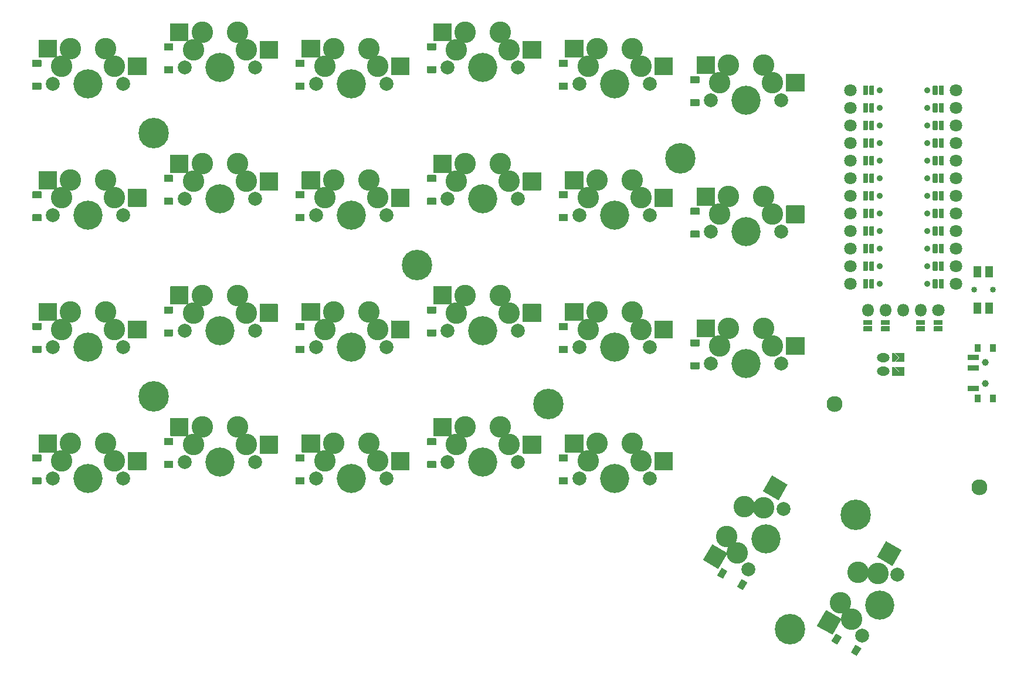
<source format=gts>
G04 #@! TF.GenerationSoftware,KiCad,Pcbnew,8.0.8+1*
G04 #@! TF.CreationDate,2025-06-17T15:50:16+00:00*
G04 #@! TF.ProjectId,eggada50_wireless_autorouted,65676761-6461-4353-905f-776972656c65,0.2*
G04 #@! TF.SameCoordinates,Original*
G04 #@! TF.FileFunction,Soldermask,Top*
G04 #@! TF.FilePolarity,Negative*
%FSLAX46Y46*%
G04 Gerber Fmt 4.6, Leading zero omitted, Abs format (unit mm)*
G04 Created by KiCad (PCBNEW 8.0.8+1) date 2025-06-17 15:50:16*
%MOMM*%
%LPD*%
G01*
G04 APERTURE LIST*
%ADD10C,2.000000*%
%ADD11C,3.100000*%
%ADD12C,4.200000*%
%ADD13O,1.800000X1.800000*%
%ADD14C,1.800000*%
%ADD15C,4.400000*%
%ADD16C,1.000000*%
%ADD17C,0.900000*%
%ADD18O,1.850000X1.300000*%
%ADD19C,2.300000*%
%ADD20C,0.850000*%
G04 APERTURE END LIST*
D10*
X113920000Y-78625000D03*
D11*
X116460000Y-73545000D03*
D12*
X119000000Y-78625000D03*
D11*
X122810000Y-76085000D03*
D10*
X124080000Y-78625000D03*
G36*
G01*
X124760000Y-77335000D02*
X124760000Y-74835000D01*
G75*
G02*
X124810000Y-74785000I50000J0D01*
G01*
X127360000Y-74785000D01*
G75*
G02*
X127410000Y-74835000I0J-50000D01*
G01*
X127410000Y-77335000D01*
G75*
G02*
X127360000Y-77385000I-50000J0D01*
G01*
X124810000Y-77385000D01*
G75*
G02*
X124760000Y-77335000I0J50000D01*
G01*
G37*
G36*
G01*
X111833000Y-74795000D02*
X111833000Y-72295000D01*
G75*
G02*
X111883000Y-72245000I50000J0D01*
G01*
X114433000Y-72245000D01*
G75*
G02*
X114483000Y-72295000I0J-50000D01*
G01*
X114483000Y-74795000D01*
G75*
G02*
X114433000Y-74845000I-50000J0D01*
G01*
X111883000Y-74845000D01*
G75*
G02*
X111833000Y-74795000I0J50000D01*
G01*
G37*
G36*
G01*
X93200000Y-43825000D02*
X92000000Y-43825000D01*
G75*
G02*
X91950000Y-43775000I0J50000D01*
G01*
X91950000Y-42875000D01*
G75*
G02*
X92000000Y-42825000I50000J0D01*
G01*
X93200000Y-42825000D01*
G75*
G02*
X93250000Y-42875000I0J-50000D01*
G01*
X93250000Y-43775000D01*
G75*
G02*
X93200000Y-43825000I-50000J0D01*
G01*
G37*
G36*
G01*
X93200000Y-40525000D02*
X92000000Y-40525000D01*
G75*
G02*
X91950000Y-40475000I0J50000D01*
G01*
X91950000Y-39575000D01*
G75*
G02*
X92000000Y-39525000I50000J0D01*
G01*
X93200000Y-39525000D01*
G75*
G02*
X93250000Y-39575000I0J-50000D01*
G01*
X93250000Y-40475000D01*
G75*
G02*
X93200000Y-40525000I-50000J0D01*
G01*
G37*
X211764500Y-122639409D03*
D11*
X208635091Y-117899705D03*
D12*
X214304500Y-118240000D03*
D11*
X214009795Y-113670443D03*
D10*
X216844500Y-113840591D03*
G36*
G01*
X216067327Y-112606693D02*
X213902263Y-111356693D01*
G75*
G02*
X213883962Y-111288392I25000J43301D01*
G01*
X215158962Y-109080028D01*
G75*
G02*
X215227263Y-109061727I43301J-25000D01*
G01*
X217392327Y-110311727D01*
G75*
G02*
X217410628Y-110380028I-25000J-43301D01*
G01*
X216135628Y-112588392D01*
G75*
G02*
X216067327Y-112606693I-43301J25000D01*
G01*
G37*
G36*
G01*
X207404123Y-122531803D02*
X205239059Y-121281803D01*
G75*
G02*
X205220758Y-121213502I25000J43301D01*
G01*
X206495758Y-119005138D01*
G75*
G02*
X206564059Y-118986837I43301J-25000D01*
G01*
X208729123Y-120236837D01*
G75*
G02*
X208747424Y-120305138I-25000J-43301D01*
G01*
X207472424Y-122513502D01*
G75*
G02*
X207404123Y-122531803I-43301J25000D01*
G01*
G37*
D13*
X212567000Y-75700000D03*
X215107000Y-75700000D03*
X217647000Y-75700000D03*
X220187000Y-75700000D03*
D14*
X222727000Y-75700000D03*
G36*
G01*
X213167000Y-78700000D02*
X211967000Y-78700000D01*
G75*
G02*
X211917000Y-78650000I0J50000D01*
G01*
X211917000Y-78050000D01*
G75*
G02*
X211967000Y-78000000I50000J0D01*
G01*
X213167000Y-78000000D01*
G75*
G02*
X213217000Y-78050000I0J-50000D01*
G01*
X213217000Y-78650000D01*
G75*
G02*
X213167000Y-78700000I-50000J0D01*
G01*
G37*
G36*
G01*
X215707000Y-78700000D02*
X214507000Y-78700000D01*
G75*
G02*
X214457000Y-78650000I0J50000D01*
G01*
X214457000Y-78050000D01*
G75*
G02*
X214507000Y-78000000I50000J0D01*
G01*
X215707000Y-78000000D01*
G75*
G02*
X215757000Y-78050000I0J-50000D01*
G01*
X215757000Y-78650000D01*
G75*
G02*
X215707000Y-78700000I-50000J0D01*
G01*
G37*
G36*
G01*
X220787000Y-78700000D02*
X219587000Y-78700000D01*
G75*
G02*
X219537000Y-78650000I0J50000D01*
G01*
X219537000Y-78050000D01*
G75*
G02*
X219587000Y-78000000I50000J0D01*
G01*
X220787000Y-78000000D01*
G75*
G02*
X220837000Y-78050000I0J-50000D01*
G01*
X220837000Y-78650000D01*
G75*
G02*
X220787000Y-78700000I-50000J0D01*
G01*
G37*
G36*
G01*
X223327000Y-78700000D02*
X222127000Y-78700000D01*
G75*
G02*
X222077000Y-78650000I0J50000D01*
G01*
X222077000Y-78050000D01*
G75*
G02*
X222127000Y-78000000I50000J0D01*
G01*
X223327000Y-78000000D01*
G75*
G02*
X223377000Y-78050000I0J-50000D01*
G01*
X223377000Y-78650000D01*
G75*
G02*
X223327000Y-78700000I-50000J0D01*
G01*
G37*
G36*
G01*
X213167000Y-77800000D02*
X211967000Y-77800000D01*
G75*
G02*
X211917000Y-77750000I0J50000D01*
G01*
X211917000Y-77150000D01*
G75*
G02*
X211967000Y-77100000I50000J0D01*
G01*
X213167000Y-77100000D01*
G75*
G02*
X213217000Y-77150000I0J-50000D01*
G01*
X213217000Y-77750000D01*
G75*
G02*
X213167000Y-77800000I-50000J0D01*
G01*
G37*
G36*
G01*
X215707000Y-77800000D02*
X214507000Y-77800000D01*
G75*
G02*
X214457000Y-77750000I0J50000D01*
G01*
X214457000Y-77150000D01*
G75*
G02*
X214507000Y-77100000I50000J0D01*
G01*
X215707000Y-77100000D01*
G75*
G02*
X215757000Y-77150000I0J-50000D01*
G01*
X215757000Y-77750000D01*
G75*
G02*
X215707000Y-77800000I-50000J0D01*
G01*
G37*
G36*
G01*
X220787000Y-77800000D02*
X219587000Y-77800000D01*
G75*
G02*
X219537000Y-77750000I0J50000D01*
G01*
X219537000Y-77150000D01*
G75*
G02*
X219587000Y-77100000I50000J0D01*
G01*
X220787000Y-77100000D01*
G75*
G02*
X220837000Y-77150000I0J-50000D01*
G01*
X220837000Y-77750000D01*
G75*
G02*
X220787000Y-77800000I-50000J0D01*
G01*
G37*
G36*
G01*
X223327000Y-77800000D02*
X222127000Y-77800000D01*
G75*
G02*
X222077000Y-77750000I0J50000D01*
G01*
X222077000Y-77150000D01*
G75*
G02*
X222127000Y-77100000I50000J0D01*
G01*
X223327000Y-77100000D01*
G75*
G02*
X223377000Y-77150000I0J-50000D01*
G01*
X223377000Y-77750000D01*
G75*
G02*
X223327000Y-77800000I-50000J0D01*
G01*
G37*
D15*
X166468000Y-89261000D03*
G36*
G01*
X228815000Y-81650000D02*
X228015000Y-81650000D01*
G75*
G02*
X227965000Y-81600000I0J50000D01*
G01*
X227965000Y-80600000D01*
G75*
G02*
X228015000Y-80550000I50000J0D01*
G01*
X228815000Y-80550000D01*
G75*
G02*
X228865000Y-80600000I0J-50000D01*
G01*
X228865000Y-81600000D01*
G75*
G02*
X228815000Y-81650000I-50000J0D01*
G01*
G37*
G36*
G01*
X228815000Y-88950000D02*
X228015000Y-88950000D01*
G75*
G02*
X227965000Y-88900000I0J50000D01*
G01*
X227965000Y-87900000D01*
G75*
G02*
X228015000Y-87850000I50000J0D01*
G01*
X228815000Y-87850000D01*
G75*
G02*
X228865000Y-87900000I0J-50000D01*
G01*
X228865000Y-88900000D01*
G75*
G02*
X228815000Y-88950000I-50000J0D01*
G01*
G37*
D16*
X229525000Y-83250000D03*
X229525000Y-86250000D03*
G36*
G01*
X231025000Y-81650000D02*
X230225000Y-81650000D01*
G75*
G02*
X230175000Y-81600000I0J50000D01*
G01*
X230175000Y-80600000D01*
G75*
G02*
X230225000Y-80550000I50000J0D01*
G01*
X231025000Y-80550000D01*
G75*
G02*
X231075000Y-80600000I0J-50000D01*
G01*
X231075000Y-81600000D01*
G75*
G02*
X231025000Y-81650000I-50000J0D01*
G01*
G37*
G36*
G01*
X231025000Y-88950000D02*
X230225000Y-88950000D01*
G75*
G02*
X230175000Y-88900000I0J50000D01*
G01*
X230175000Y-87900000D01*
G75*
G02*
X230225000Y-87850000I50000J0D01*
G01*
X231025000Y-87850000D01*
G75*
G02*
X231075000Y-87900000I0J-50000D01*
G01*
X231075000Y-88900000D01*
G75*
G02*
X231025000Y-88950000I-50000J0D01*
G01*
G37*
G36*
G01*
X228515000Y-87400000D02*
X227015000Y-87400000D01*
G75*
G02*
X226965000Y-87350000I0J50000D01*
G01*
X226965000Y-86650000D01*
G75*
G02*
X227015000Y-86600000I50000J0D01*
G01*
X228515000Y-86600000D01*
G75*
G02*
X228565000Y-86650000I0J-50000D01*
G01*
X228565000Y-87350000D01*
G75*
G02*
X228515000Y-87400000I-50000J0D01*
G01*
G37*
G36*
G01*
X228515000Y-84400000D02*
X227015000Y-84400000D01*
G75*
G02*
X226965000Y-84350000I0J50000D01*
G01*
X226965000Y-83650000D01*
G75*
G02*
X227015000Y-83600000I50000J0D01*
G01*
X228515000Y-83600000D01*
G75*
G02*
X228565000Y-83650000I0J-50000D01*
G01*
X228565000Y-84350000D01*
G75*
G02*
X228515000Y-84400000I-50000J0D01*
G01*
G37*
G36*
G01*
X228515000Y-82900000D02*
X227015000Y-82900000D01*
G75*
G02*
X226965000Y-82850000I0J50000D01*
G01*
X226965000Y-82150000D01*
G75*
G02*
X227015000Y-82100000I50000J0D01*
G01*
X228515000Y-82100000D01*
G75*
G02*
X228565000Y-82150000I0J-50000D01*
G01*
X228565000Y-82850000D01*
G75*
G02*
X228515000Y-82900000I-50000J0D01*
G01*
G37*
D10*
X113920000Y-40625000D03*
D11*
X116460000Y-35545000D03*
D12*
X119000000Y-40625000D03*
D11*
X122810000Y-38085000D03*
D10*
X124080000Y-40625000D03*
G36*
G01*
X124760000Y-39335000D02*
X124760000Y-36835000D01*
G75*
G02*
X124810000Y-36785000I50000J0D01*
G01*
X127360000Y-36785000D01*
G75*
G02*
X127410000Y-36835000I0J-50000D01*
G01*
X127410000Y-39335000D01*
G75*
G02*
X127360000Y-39385000I-50000J0D01*
G01*
X124810000Y-39385000D01*
G75*
G02*
X124760000Y-39335000I0J50000D01*
G01*
G37*
G36*
G01*
X111833000Y-36795000D02*
X111833000Y-34295000D01*
G75*
G02*
X111883000Y-34245000I50000J0D01*
G01*
X114433000Y-34245000D01*
G75*
G02*
X114483000Y-34295000I0J-50000D01*
G01*
X114483000Y-36795000D01*
G75*
G02*
X114433000Y-36845000I-50000J0D01*
G01*
X111883000Y-36845000D01*
G75*
G02*
X111833000Y-36795000I0J50000D01*
G01*
G37*
X94920000Y-100000000D03*
D11*
X97460000Y-94920000D03*
D12*
X100000000Y-100000000D03*
D11*
X103810000Y-97460000D03*
D10*
X105080000Y-100000000D03*
G36*
G01*
X105760000Y-98710000D02*
X105760000Y-96210000D01*
G75*
G02*
X105810000Y-96160000I50000J0D01*
G01*
X108360000Y-96160000D01*
G75*
G02*
X108410000Y-96210000I0J-50000D01*
G01*
X108410000Y-98710000D01*
G75*
G02*
X108360000Y-98760000I-50000J0D01*
G01*
X105810000Y-98760000D01*
G75*
G02*
X105760000Y-98710000I0J50000D01*
G01*
G37*
G36*
G01*
X92833000Y-96170000D02*
X92833000Y-93670000D01*
G75*
G02*
X92883000Y-93620000I50000J0D01*
G01*
X95433000Y-93620000D01*
G75*
G02*
X95483000Y-93670000I0J-50000D01*
G01*
X95483000Y-96170000D01*
G75*
G02*
X95433000Y-96220000I-50000J0D01*
G01*
X92883000Y-96220000D01*
G75*
G02*
X92833000Y-96170000I0J50000D01*
G01*
G37*
G36*
G01*
X150200000Y-98450000D02*
X149000000Y-98450000D01*
G75*
G02*
X148950000Y-98400000I0J50000D01*
G01*
X148950000Y-97500000D01*
G75*
G02*
X149000000Y-97450000I50000J0D01*
G01*
X150200000Y-97450000D01*
G75*
G02*
X150250000Y-97500000I0J-50000D01*
G01*
X150250000Y-98400000D01*
G75*
G02*
X150200000Y-98450000I-50000J0D01*
G01*
G37*
G36*
G01*
X150200000Y-95150000D02*
X149000000Y-95150000D01*
G75*
G02*
X148950000Y-95100000I0J50000D01*
G01*
X148950000Y-94200000D01*
G75*
G02*
X149000000Y-94150000I50000J0D01*
G01*
X150200000Y-94150000D01*
G75*
G02*
X150250000Y-94200000I0J-50000D01*
G01*
X150250000Y-95100000D01*
G75*
G02*
X150200000Y-95150000I-50000J0D01*
G01*
G37*
X170920000Y-81000000D03*
D11*
X173460000Y-75920000D03*
D12*
X176000000Y-81000000D03*
D11*
X179810000Y-78460000D03*
D10*
X181080000Y-81000000D03*
G36*
G01*
X181760000Y-79710000D02*
X181760000Y-77210000D01*
G75*
G02*
X181810000Y-77160000I50000J0D01*
G01*
X184360000Y-77160000D01*
G75*
G02*
X184410000Y-77210000I0J-50000D01*
G01*
X184410000Y-79710000D01*
G75*
G02*
X184360000Y-79760000I-50000J0D01*
G01*
X181810000Y-79760000D01*
G75*
G02*
X181760000Y-79710000I0J50000D01*
G01*
G37*
G36*
G01*
X168833000Y-77170000D02*
X168833000Y-74670000D01*
G75*
G02*
X168883000Y-74620000I50000J0D01*
G01*
X171433000Y-74620000D01*
G75*
G02*
X171483000Y-74670000I0J-50000D01*
G01*
X171483000Y-77170000D01*
G75*
G02*
X171433000Y-77220000I-50000J0D01*
G01*
X168883000Y-77220000D01*
G75*
G02*
X168833000Y-77170000I0J50000D01*
G01*
G37*
G36*
G01*
X169200000Y-81825000D02*
X168000000Y-81825000D01*
G75*
G02*
X167950000Y-81775000I0J50000D01*
G01*
X167950000Y-80875000D01*
G75*
G02*
X168000000Y-80825000I50000J0D01*
G01*
X169200000Y-80825000D01*
G75*
G02*
X169250000Y-80875000I0J-50000D01*
G01*
X169250000Y-81775000D01*
G75*
G02*
X169200000Y-81825000I-50000J0D01*
G01*
G37*
G36*
G01*
X169200000Y-78525000D02*
X168000000Y-78525000D01*
G75*
G02*
X167950000Y-78475000I0J50000D01*
G01*
X167950000Y-77575000D01*
G75*
G02*
X168000000Y-77525000I50000J0D01*
G01*
X169200000Y-77525000D01*
G75*
G02*
X169250000Y-77575000I0J-50000D01*
G01*
X169250000Y-78475000D01*
G75*
G02*
X169200000Y-78525000I-50000J0D01*
G01*
G37*
G36*
G01*
X131200000Y-81825000D02*
X130000000Y-81825000D01*
G75*
G02*
X129950000Y-81775000I0J50000D01*
G01*
X129950000Y-80875000D01*
G75*
G02*
X130000000Y-80825000I50000J0D01*
G01*
X131200000Y-80825000D01*
G75*
G02*
X131250000Y-80875000I0J-50000D01*
G01*
X131250000Y-81775000D01*
G75*
G02*
X131200000Y-81825000I-50000J0D01*
G01*
G37*
G36*
G01*
X131200000Y-78525000D02*
X130000000Y-78525000D01*
G75*
G02*
X129950000Y-78475000I0J50000D01*
G01*
X129950000Y-77575000D01*
G75*
G02*
X130000000Y-77525000I50000J0D01*
G01*
X131200000Y-77525000D01*
G75*
G02*
X131250000Y-77575000I0J-50000D01*
G01*
X131250000Y-78475000D01*
G75*
G02*
X131200000Y-78525000I-50000J0D01*
G01*
G37*
G36*
G01*
X222834000Y-44520000D02*
X222834000Y-43320000D01*
G75*
G02*
X222884000Y-43270000I50000J0D01*
G01*
X223484000Y-43270000D01*
G75*
G02*
X223534000Y-43320000I0J-50000D01*
G01*
X223534000Y-44520000D01*
G75*
G02*
X223484000Y-44570000I-50000J0D01*
G01*
X222884000Y-44570000D01*
G75*
G02*
X222834000Y-44520000I0J50000D01*
G01*
G37*
D14*
X225324000Y-43920000D03*
G36*
G01*
X222834000Y-47060000D02*
X222834000Y-45860000D01*
G75*
G02*
X222884000Y-45810000I50000J0D01*
G01*
X223484000Y-45810000D01*
G75*
G02*
X223534000Y-45860000I0J-50000D01*
G01*
X223534000Y-47060000D01*
G75*
G02*
X223484000Y-47110000I-50000J0D01*
G01*
X222884000Y-47110000D01*
G75*
G02*
X222834000Y-47060000I0J50000D01*
G01*
G37*
X225324000Y-46460000D03*
G36*
G01*
X222834000Y-49600000D02*
X222834000Y-48400000D01*
G75*
G02*
X222884000Y-48350000I50000J0D01*
G01*
X223484000Y-48350000D01*
G75*
G02*
X223534000Y-48400000I0J-50000D01*
G01*
X223534000Y-49600000D01*
G75*
G02*
X223484000Y-49650000I-50000J0D01*
G01*
X222884000Y-49650000D01*
G75*
G02*
X222834000Y-49600000I0J50000D01*
G01*
G37*
X225324000Y-49000000D03*
G36*
G01*
X222834000Y-52140000D02*
X222834000Y-50940000D01*
G75*
G02*
X222884000Y-50890000I50000J0D01*
G01*
X223484000Y-50890000D01*
G75*
G02*
X223534000Y-50940000I0J-50000D01*
G01*
X223534000Y-52140000D01*
G75*
G02*
X223484000Y-52190000I-50000J0D01*
G01*
X222884000Y-52190000D01*
G75*
G02*
X222834000Y-52140000I0J50000D01*
G01*
G37*
X225324000Y-51540000D03*
G36*
G01*
X222834000Y-54680000D02*
X222834000Y-53480000D01*
G75*
G02*
X222884000Y-53430000I50000J0D01*
G01*
X223484000Y-53430000D01*
G75*
G02*
X223534000Y-53480000I0J-50000D01*
G01*
X223534000Y-54680000D01*
G75*
G02*
X223484000Y-54730000I-50000J0D01*
G01*
X222884000Y-54730000D01*
G75*
G02*
X222834000Y-54680000I0J50000D01*
G01*
G37*
X225324000Y-54080000D03*
G36*
G01*
X222834000Y-57220000D02*
X222834000Y-56020000D01*
G75*
G02*
X222884000Y-55970000I50000J0D01*
G01*
X223484000Y-55970000D01*
G75*
G02*
X223534000Y-56020000I0J-50000D01*
G01*
X223534000Y-57220000D01*
G75*
G02*
X223484000Y-57270000I-50000J0D01*
G01*
X222884000Y-57270000D01*
G75*
G02*
X222834000Y-57220000I0J50000D01*
G01*
G37*
X225324000Y-56620000D03*
G36*
G01*
X222834000Y-59760000D02*
X222834000Y-58560000D01*
G75*
G02*
X222884000Y-58510000I50000J0D01*
G01*
X223484000Y-58510000D01*
G75*
G02*
X223534000Y-58560000I0J-50000D01*
G01*
X223534000Y-59760000D01*
G75*
G02*
X223484000Y-59810000I-50000J0D01*
G01*
X222884000Y-59810000D01*
G75*
G02*
X222834000Y-59760000I0J50000D01*
G01*
G37*
X225324000Y-59160000D03*
G36*
G01*
X222834000Y-62300000D02*
X222834000Y-61100000D01*
G75*
G02*
X222884000Y-61050000I50000J0D01*
G01*
X223484000Y-61050000D01*
G75*
G02*
X223534000Y-61100000I0J-50000D01*
G01*
X223534000Y-62300000D01*
G75*
G02*
X223484000Y-62350000I-50000J0D01*
G01*
X222884000Y-62350000D01*
G75*
G02*
X222834000Y-62300000I0J50000D01*
G01*
G37*
X225324000Y-61700000D03*
G36*
G01*
X222834000Y-64840000D02*
X222834000Y-63640000D01*
G75*
G02*
X222884000Y-63590000I50000J0D01*
G01*
X223484000Y-63590000D01*
G75*
G02*
X223534000Y-63640000I0J-50000D01*
G01*
X223534000Y-64840000D01*
G75*
G02*
X223484000Y-64890000I-50000J0D01*
G01*
X222884000Y-64890000D01*
G75*
G02*
X222834000Y-64840000I0J50000D01*
G01*
G37*
X225324000Y-64240000D03*
G36*
G01*
X222834000Y-67380000D02*
X222834000Y-66180000D01*
G75*
G02*
X222884000Y-66130000I50000J0D01*
G01*
X223484000Y-66130000D01*
G75*
G02*
X223534000Y-66180000I0J-50000D01*
G01*
X223534000Y-67380000D01*
G75*
G02*
X223484000Y-67430000I-50000J0D01*
G01*
X222884000Y-67430000D01*
G75*
G02*
X222834000Y-67380000I0J50000D01*
G01*
G37*
X225324000Y-66780000D03*
G36*
G01*
X222834000Y-69920000D02*
X222834000Y-68720000D01*
G75*
G02*
X222884000Y-68670000I50000J0D01*
G01*
X223484000Y-68670000D01*
G75*
G02*
X223534000Y-68720000I0J-50000D01*
G01*
X223534000Y-69920000D01*
G75*
G02*
X223484000Y-69970000I-50000J0D01*
G01*
X222884000Y-69970000D01*
G75*
G02*
X222834000Y-69920000I0J50000D01*
G01*
G37*
X225324000Y-69320000D03*
G36*
G01*
X222834000Y-72460000D02*
X222834000Y-71260000D01*
G75*
G02*
X222884000Y-71210000I50000J0D01*
G01*
X223484000Y-71210000D01*
G75*
G02*
X223534000Y-71260000I0J-50000D01*
G01*
X223534000Y-72460000D01*
G75*
G02*
X223484000Y-72510000I-50000J0D01*
G01*
X222884000Y-72510000D01*
G75*
G02*
X222834000Y-72460000I0J50000D01*
G01*
G37*
X225324000Y-71860000D03*
X210084000Y-71860000D03*
G36*
G01*
X211874000Y-72460000D02*
X211874000Y-71260000D01*
G75*
G02*
X211924000Y-71210000I50000J0D01*
G01*
X212524000Y-71210000D01*
G75*
G02*
X212574000Y-71260000I0J-50000D01*
G01*
X212574000Y-72460000D01*
G75*
G02*
X212524000Y-72510000I-50000J0D01*
G01*
X211924000Y-72510000D01*
G75*
G02*
X211874000Y-72460000I0J50000D01*
G01*
G37*
X210084000Y-69320000D03*
G36*
G01*
X211874000Y-69920000D02*
X211874000Y-68720000D01*
G75*
G02*
X211924000Y-68670000I50000J0D01*
G01*
X212524000Y-68670000D01*
G75*
G02*
X212574000Y-68720000I0J-50000D01*
G01*
X212574000Y-69920000D01*
G75*
G02*
X212524000Y-69970000I-50000J0D01*
G01*
X211924000Y-69970000D01*
G75*
G02*
X211874000Y-69920000I0J50000D01*
G01*
G37*
X210084000Y-66780000D03*
G36*
G01*
X211874000Y-67380000D02*
X211874000Y-66180000D01*
G75*
G02*
X211924000Y-66130000I50000J0D01*
G01*
X212524000Y-66130000D01*
G75*
G02*
X212574000Y-66180000I0J-50000D01*
G01*
X212574000Y-67380000D01*
G75*
G02*
X212524000Y-67430000I-50000J0D01*
G01*
X211924000Y-67430000D01*
G75*
G02*
X211874000Y-67380000I0J50000D01*
G01*
G37*
X210084000Y-64240000D03*
G36*
G01*
X211874000Y-64840000D02*
X211874000Y-63640000D01*
G75*
G02*
X211924000Y-63590000I50000J0D01*
G01*
X212524000Y-63590000D01*
G75*
G02*
X212574000Y-63640000I0J-50000D01*
G01*
X212574000Y-64840000D01*
G75*
G02*
X212524000Y-64890000I-50000J0D01*
G01*
X211924000Y-64890000D01*
G75*
G02*
X211874000Y-64840000I0J50000D01*
G01*
G37*
X210084000Y-61700000D03*
G36*
G01*
X211874000Y-62300000D02*
X211874000Y-61100000D01*
G75*
G02*
X211924000Y-61050000I50000J0D01*
G01*
X212524000Y-61050000D01*
G75*
G02*
X212574000Y-61100000I0J-50000D01*
G01*
X212574000Y-62300000D01*
G75*
G02*
X212524000Y-62350000I-50000J0D01*
G01*
X211924000Y-62350000D01*
G75*
G02*
X211874000Y-62300000I0J50000D01*
G01*
G37*
X210084000Y-59160000D03*
G36*
G01*
X211874000Y-59760000D02*
X211874000Y-58560000D01*
G75*
G02*
X211924000Y-58510000I50000J0D01*
G01*
X212524000Y-58510000D01*
G75*
G02*
X212574000Y-58560000I0J-50000D01*
G01*
X212574000Y-59760000D01*
G75*
G02*
X212524000Y-59810000I-50000J0D01*
G01*
X211924000Y-59810000D01*
G75*
G02*
X211874000Y-59760000I0J50000D01*
G01*
G37*
X210084000Y-56620000D03*
G36*
G01*
X211874000Y-57220000D02*
X211874000Y-56020000D01*
G75*
G02*
X211924000Y-55970000I50000J0D01*
G01*
X212524000Y-55970000D01*
G75*
G02*
X212574000Y-56020000I0J-50000D01*
G01*
X212574000Y-57220000D01*
G75*
G02*
X212524000Y-57270000I-50000J0D01*
G01*
X211924000Y-57270000D01*
G75*
G02*
X211874000Y-57220000I0J50000D01*
G01*
G37*
X210084000Y-54080000D03*
G36*
G01*
X211874000Y-54680000D02*
X211874000Y-53480000D01*
G75*
G02*
X211924000Y-53430000I50000J0D01*
G01*
X212524000Y-53430000D01*
G75*
G02*
X212574000Y-53480000I0J-50000D01*
G01*
X212574000Y-54680000D01*
G75*
G02*
X212524000Y-54730000I-50000J0D01*
G01*
X211924000Y-54730000D01*
G75*
G02*
X211874000Y-54680000I0J50000D01*
G01*
G37*
X210084000Y-51540000D03*
G36*
G01*
X211874000Y-52140000D02*
X211874000Y-50940000D01*
G75*
G02*
X211924000Y-50890000I50000J0D01*
G01*
X212524000Y-50890000D01*
G75*
G02*
X212574000Y-50940000I0J-50000D01*
G01*
X212574000Y-52140000D01*
G75*
G02*
X212524000Y-52190000I-50000J0D01*
G01*
X211924000Y-52190000D01*
G75*
G02*
X211874000Y-52140000I0J50000D01*
G01*
G37*
X210084000Y-49000000D03*
G36*
G01*
X211874000Y-49600000D02*
X211874000Y-48400000D01*
G75*
G02*
X211924000Y-48350000I50000J0D01*
G01*
X212524000Y-48350000D01*
G75*
G02*
X212574000Y-48400000I0J-50000D01*
G01*
X212574000Y-49600000D01*
G75*
G02*
X212524000Y-49650000I-50000J0D01*
G01*
X211924000Y-49650000D01*
G75*
G02*
X211874000Y-49600000I0J50000D01*
G01*
G37*
X210084000Y-46460000D03*
G36*
G01*
X211874000Y-47060000D02*
X211874000Y-45860000D01*
G75*
G02*
X211924000Y-45810000I50000J0D01*
G01*
X212524000Y-45810000D01*
G75*
G02*
X212574000Y-45860000I0J-50000D01*
G01*
X212574000Y-47060000D01*
G75*
G02*
X212524000Y-47110000I-50000J0D01*
G01*
X211924000Y-47110000D01*
G75*
G02*
X211874000Y-47060000I0J50000D01*
G01*
G37*
X210084000Y-43920000D03*
G36*
G01*
X211874000Y-44520000D02*
X211874000Y-43320000D01*
G75*
G02*
X211924000Y-43270000I50000J0D01*
G01*
X212524000Y-43270000D01*
G75*
G02*
X212574000Y-43320000I0J-50000D01*
G01*
X212574000Y-44520000D01*
G75*
G02*
X212524000Y-44570000I-50000J0D01*
G01*
X211924000Y-44570000D01*
G75*
G02*
X211874000Y-44520000I0J50000D01*
G01*
G37*
D17*
X221104000Y-43920000D03*
G36*
G01*
X221934000Y-44520000D02*
X221934000Y-43320000D01*
G75*
G02*
X221984000Y-43270000I50000J0D01*
G01*
X222584000Y-43270000D01*
G75*
G02*
X222634000Y-43320000I0J-50000D01*
G01*
X222634000Y-44520000D01*
G75*
G02*
X222584000Y-44570000I-50000J0D01*
G01*
X221984000Y-44570000D01*
G75*
G02*
X221934000Y-44520000I0J50000D01*
G01*
G37*
X221104000Y-46460000D03*
G36*
G01*
X221934000Y-47060000D02*
X221934000Y-45860000D01*
G75*
G02*
X221984000Y-45810000I50000J0D01*
G01*
X222584000Y-45810000D01*
G75*
G02*
X222634000Y-45860000I0J-50000D01*
G01*
X222634000Y-47060000D01*
G75*
G02*
X222584000Y-47110000I-50000J0D01*
G01*
X221984000Y-47110000D01*
G75*
G02*
X221934000Y-47060000I0J50000D01*
G01*
G37*
X221104000Y-49000000D03*
G36*
G01*
X221934000Y-49600000D02*
X221934000Y-48400000D01*
G75*
G02*
X221984000Y-48350000I50000J0D01*
G01*
X222584000Y-48350000D01*
G75*
G02*
X222634000Y-48400000I0J-50000D01*
G01*
X222634000Y-49600000D01*
G75*
G02*
X222584000Y-49650000I-50000J0D01*
G01*
X221984000Y-49650000D01*
G75*
G02*
X221934000Y-49600000I0J50000D01*
G01*
G37*
X221104000Y-51540000D03*
G36*
G01*
X221934000Y-52140000D02*
X221934000Y-50940000D01*
G75*
G02*
X221984000Y-50890000I50000J0D01*
G01*
X222584000Y-50890000D01*
G75*
G02*
X222634000Y-50940000I0J-50000D01*
G01*
X222634000Y-52140000D01*
G75*
G02*
X222584000Y-52190000I-50000J0D01*
G01*
X221984000Y-52190000D01*
G75*
G02*
X221934000Y-52140000I0J50000D01*
G01*
G37*
X221104000Y-54080000D03*
G36*
G01*
X221934000Y-54680000D02*
X221934000Y-53480000D01*
G75*
G02*
X221984000Y-53430000I50000J0D01*
G01*
X222584000Y-53430000D01*
G75*
G02*
X222634000Y-53480000I0J-50000D01*
G01*
X222634000Y-54680000D01*
G75*
G02*
X222584000Y-54730000I-50000J0D01*
G01*
X221984000Y-54730000D01*
G75*
G02*
X221934000Y-54680000I0J50000D01*
G01*
G37*
X221104000Y-56620000D03*
G36*
G01*
X221934000Y-57220000D02*
X221934000Y-56020000D01*
G75*
G02*
X221984000Y-55970000I50000J0D01*
G01*
X222584000Y-55970000D01*
G75*
G02*
X222634000Y-56020000I0J-50000D01*
G01*
X222634000Y-57220000D01*
G75*
G02*
X222584000Y-57270000I-50000J0D01*
G01*
X221984000Y-57270000D01*
G75*
G02*
X221934000Y-57220000I0J50000D01*
G01*
G37*
X221104000Y-59160000D03*
G36*
G01*
X221934000Y-59760000D02*
X221934000Y-58560000D01*
G75*
G02*
X221984000Y-58510000I50000J0D01*
G01*
X222584000Y-58510000D01*
G75*
G02*
X222634000Y-58560000I0J-50000D01*
G01*
X222634000Y-59760000D01*
G75*
G02*
X222584000Y-59810000I-50000J0D01*
G01*
X221984000Y-59810000D01*
G75*
G02*
X221934000Y-59760000I0J50000D01*
G01*
G37*
X221104000Y-61700000D03*
G36*
G01*
X221934000Y-62300000D02*
X221934000Y-61100000D01*
G75*
G02*
X221984000Y-61050000I50000J0D01*
G01*
X222584000Y-61050000D01*
G75*
G02*
X222634000Y-61100000I0J-50000D01*
G01*
X222634000Y-62300000D01*
G75*
G02*
X222584000Y-62350000I-50000J0D01*
G01*
X221984000Y-62350000D01*
G75*
G02*
X221934000Y-62300000I0J50000D01*
G01*
G37*
X221104000Y-64240000D03*
G36*
G01*
X221934000Y-64840000D02*
X221934000Y-63640000D01*
G75*
G02*
X221984000Y-63590000I50000J0D01*
G01*
X222584000Y-63590000D01*
G75*
G02*
X222634000Y-63640000I0J-50000D01*
G01*
X222634000Y-64840000D01*
G75*
G02*
X222584000Y-64890000I-50000J0D01*
G01*
X221984000Y-64890000D01*
G75*
G02*
X221934000Y-64840000I0J50000D01*
G01*
G37*
X221104000Y-66780000D03*
G36*
G01*
X221934000Y-67380000D02*
X221934000Y-66180000D01*
G75*
G02*
X221984000Y-66130000I50000J0D01*
G01*
X222584000Y-66130000D01*
G75*
G02*
X222634000Y-66180000I0J-50000D01*
G01*
X222634000Y-67380000D01*
G75*
G02*
X222584000Y-67430000I-50000J0D01*
G01*
X221984000Y-67430000D01*
G75*
G02*
X221934000Y-67380000I0J50000D01*
G01*
G37*
X221104000Y-69320000D03*
G36*
G01*
X221934000Y-69920000D02*
X221934000Y-68720000D01*
G75*
G02*
X221984000Y-68670000I50000J0D01*
G01*
X222584000Y-68670000D01*
G75*
G02*
X222634000Y-68720000I0J-50000D01*
G01*
X222634000Y-69920000D01*
G75*
G02*
X222584000Y-69970000I-50000J0D01*
G01*
X221984000Y-69970000D01*
G75*
G02*
X221934000Y-69920000I0J50000D01*
G01*
G37*
X221104000Y-71860000D03*
G36*
G01*
X221934000Y-72460000D02*
X221934000Y-71260000D01*
G75*
G02*
X221984000Y-71210000I50000J0D01*
G01*
X222584000Y-71210000D01*
G75*
G02*
X222634000Y-71260000I0J-50000D01*
G01*
X222634000Y-72460000D01*
G75*
G02*
X222584000Y-72510000I-50000J0D01*
G01*
X221984000Y-72510000D01*
G75*
G02*
X221934000Y-72460000I0J50000D01*
G01*
G37*
G36*
G01*
X212774000Y-72460000D02*
X212774000Y-71260000D01*
G75*
G02*
X212824000Y-71210000I50000J0D01*
G01*
X213424000Y-71210000D01*
G75*
G02*
X213474000Y-71260000I0J-50000D01*
G01*
X213474000Y-72460000D01*
G75*
G02*
X213424000Y-72510000I-50000J0D01*
G01*
X212824000Y-72510000D01*
G75*
G02*
X212774000Y-72460000I0J50000D01*
G01*
G37*
X214304000Y-71860000D03*
G36*
G01*
X212774000Y-69920000D02*
X212774000Y-68720000D01*
G75*
G02*
X212824000Y-68670000I50000J0D01*
G01*
X213424000Y-68670000D01*
G75*
G02*
X213474000Y-68720000I0J-50000D01*
G01*
X213474000Y-69920000D01*
G75*
G02*
X213424000Y-69970000I-50000J0D01*
G01*
X212824000Y-69970000D01*
G75*
G02*
X212774000Y-69920000I0J50000D01*
G01*
G37*
X214304000Y-69320000D03*
G36*
G01*
X212774000Y-67380000D02*
X212774000Y-66180000D01*
G75*
G02*
X212824000Y-66130000I50000J0D01*
G01*
X213424000Y-66130000D01*
G75*
G02*
X213474000Y-66180000I0J-50000D01*
G01*
X213474000Y-67380000D01*
G75*
G02*
X213424000Y-67430000I-50000J0D01*
G01*
X212824000Y-67430000D01*
G75*
G02*
X212774000Y-67380000I0J50000D01*
G01*
G37*
X214304000Y-66780000D03*
G36*
G01*
X212774000Y-64840000D02*
X212774000Y-63640000D01*
G75*
G02*
X212824000Y-63590000I50000J0D01*
G01*
X213424000Y-63590000D01*
G75*
G02*
X213474000Y-63640000I0J-50000D01*
G01*
X213474000Y-64840000D01*
G75*
G02*
X213424000Y-64890000I-50000J0D01*
G01*
X212824000Y-64890000D01*
G75*
G02*
X212774000Y-64840000I0J50000D01*
G01*
G37*
X214304000Y-64240000D03*
G36*
G01*
X212774000Y-62300000D02*
X212774000Y-61100000D01*
G75*
G02*
X212824000Y-61050000I50000J0D01*
G01*
X213424000Y-61050000D01*
G75*
G02*
X213474000Y-61100000I0J-50000D01*
G01*
X213474000Y-62300000D01*
G75*
G02*
X213424000Y-62350000I-50000J0D01*
G01*
X212824000Y-62350000D01*
G75*
G02*
X212774000Y-62300000I0J50000D01*
G01*
G37*
X214304000Y-61700000D03*
G36*
G01*
X212774000Y-59760000D02*
X212774000Y-58560000D01*
G75*
G02*
X212824000Y-58510000I50000J0D01*
G01*
X213424000Y-58510000D01*
G75*
G02*
X213474000Y-58560000I0J-50000D01*
G01*
X213474000Y-59760000D01*
G75*
G02*
X213424000Y-59810000I-50000J0D01*
G01*
X212824000Y-59810000D01*
G75*
G02*
X212774000Y-59760000I0J50000D01*
G01*
G37*
X214304000Y-59160000D03*
G36*
G01*
X212774000Y-57220000D02*
X212774000Y-56020000D01*
G75*
G02*
X212824000Y-55970000I50000J0D01*
G01*
X213424000Y-55970000D01*
G75*
G02*
X213474000Y-56020000I0J-50000D01*
G01*
X213474000Y-57220000D01*
G75*
G02*
X213424000Y-57270000I-50000J0D01*
G01*
X212824000Y-57270000D01*
G75*
G02*
X212774000Y-57220000I0J50000D01*
G01*
G37*
X214304000Y-56620000D03*
G36*
G01*
X212774000Y-54680000D02*
X212774000Y-53480000D01*
G75*
G02*
X212824000Y-53430000I50000J0D01*
G01*
X213424000Y-53430000D01*
G75*
G02*
X213474000Y-53480000I0J-50000D01*
G01*
X213474000Y-54680000D01*
G75*
G02*
X213424000Y-54730000I-50000J0D01*
G01*
X212824000Y-54730000D01*
G75*
G02*
X212774000Y-54680000I0J50000D01*
G01*
G37*
X214304000Y-54080000D03*
G36*
G01*
X212774000Y-52140000D02*
X212774000Y-50940000D01*
G75*
G02*
X212824000Y-50890000I50000J0D01*
G01*
X213424000Y-50890000D01*
G75*
G02*
X213474000Y-50940000I0J-50000D01*
G01*
X213474000Y-52140000D01*
G75*
G02*
X213424000Y-52190000I-50000J0D01*
G01*
X212824000Y-52190000D01*
G75*
G02*
X212774000Y-52140000I0J50000D01*
G01*
G37*
X214304000Y-51540000D03*
G36*
G01*
X212774000Y-49600000D02*
X212774000Y-48400000D01*
G75*
G02*
X212824000Y-48350000I50000J0D01*
G01*
X213424000Y-48350000D01*
G75*
G02*
X213474000Y-48400000I0J-50000D01*
G01*
X213474000Y-49600000D01*
G75*
G02*
X213424000Y-49650000I-50000J0D01*
G01*
X212824000Y-49650000D01*
G75*
G02*
X212774000Y-49600000I0J50000D01*
G01*
G37*
X214304000Y-49000000D03*
G36*
G01*
X212774000Y-47060000D02*
X212774000Y-45860000D01*
G75*
G02*
X212824000Y-45810000I50000J0D01*
G01*
X213424000Y-45810000D01*
G75*
G02*
X213474000Y-45860000I0J-50000D01*
G01*
X213474000Y-47060000D01*
G75*
G02*
X213424000Y-47110000I-50000J0D01*
G01*
X212824000Y-47110000D01*
G75*
G02*
X212774000Y-47060000I0J50000D01*
G01*
G37*
X214304000Y-46460000D03*
G36*
G01*
X212774000Y-44520000D02*
X212774000Y-43320000D01*
G75*
G02*
X212824000Y-43270000I50000J0D01*
G01*
X213424000Y-43270000D01*
G75*
G02*
X213474000Y-43320000I0J-50000D01*
G01*
X213474000Y-44520000D01*
G75*
G02*
X213424000Y-44570000I-50000J0D01*
G01*
X212824000Y-44570000D01*
G75*
G02*
X212774000Y-44520000I0J50000D01*
G01*
G37*
X214304000Y-43920000D03*
D10*
X151920000Y-97625000D03*
D11*
X154460000Y-92545000D03*
D12*
X157000000Y-97625000D03*
D11*
X160810000Y-95085000D03*
D10*
X162080000Y-97625000D03*
G36*
G01*
X162760000Y-96335000D02*
X162760000Y-93835000D01*
G75*
G02*
X162810000Y-93785000I50000J0D01*
G01*
X165360000Y-93785000D01*
G75*
G02*
X165410000Y-93835000I0J-50000D01*
G01*
X165410000Y-96335000D01*
G75*
G02*
X165360000Y-96385000I-50000J0D01*
G01*
X162810000Y-96385000D01*
G75*
G02*
X162760000Y-96335000I0J50000D01*
G01*
G37*
G36*
G01*
X149833000Y-93795000D02*
X149833000Y-91295000D01*
G75*
G02*
X149883000Y-91245000I50000J0D01*
G01*
X152433000Y-91245000D01*
G75*
G02*
X152483000Y-91295000I0J-50000D01*
G01*
X152483000Y-93795000D01*
G75*
G02*
X152433000Y-93845000I-50000J0D01*
G01*
X149883000Y-93845000D01*
G75*
G02*
X149833000Y-93795000I0J50000D01*
G01*
G37*
X94920000Y-43000000D03*
D11*
X97460000Y-37920000D03*
D12*
X100000000Y-43000000D03*
D11*
X103810000Y-40460000D03*
D10*
X105080000Y-43000000D03*
G36*
G01*
X105760000Y-41710000D02*
X105760000Y-39210000D01*
G75*
G02*
X105810000Y-39160000I50000J0D01*
G01*
X108360000Y-39160000D01*
G75*
G02*
X108410000Y-39210000I0J-50000D01*
G01*
X108410000Y-41710000D01*
G75*
G02*
X108360000Y-41760000I-50000J0D01*
G01*
X105810000Y-41760000D01*
G75*
G02*
X105760000Y-41710000I0J50000D01*
G01*
G37*
G36*
G01*
X92833000Y-39170000D02*
X92833000Y-36670000D01*
G75*
G02*
X92883000Y-36620000I50000J0D01*
G01*
X95433000Y-36620000D01*
G75*
G02*
X95483000Y-36670000I0J-50000D01*
G01*
X95483000Y-39170000D01*
G75*
G02*
X95433000Y-39220000I-50000J0D01*
G01*
X92883000Y-39220000D01*
G75*
G02*
X92833000Y-39170000I0J50000D01*
G01*
G37*
X189920000Y-83375000D03*
D11*
X192460000Y-78295000D03*
D12*
X195000000Y-83375000D03*
D11*
X198810000Y-80835000D03*
D10*
X200080000Y-83375000D03*
G36*
G01*
X200760000Y-82085000D02*
X200760000Y-79585000D01*
G75*
G02*
X200810000Y-79535000I50000J0D01*
G01*
X203360000Y-79535000D01*
G75*
G02*
X203410000Y-79585000I0J-50000D01*
G01*
X203410000Y-82085000D01*
G75*
G02*
X203360000Y-82135000I-50000J0D01*
G01*
X200810000Y-82135000D01*
G75*
G02*
X200760000Y-82085000I0J50000D01*
G01*
G37*
G36*
G01*
X187833000Y-79545000D02*
X187833000Y-77045000D01*
G75*
G02*
X187883000Y-76995000I50000J0D01*
G01*
X190433000Y-76995000D01*
G75*
G02*
X190483000Y-77045000I0J-50000D01*
G01*
X190483000Y-79545000D01*
G75*
G02*
X190433000Y-79595000I-50000J0D01*
G01*
X187883000Y-79595000D01*
G75*
G02*
X187833000Y-79545000I0J50000D01*
G01*
G37*
X132920000Y-100000000D03*
D11*
X135460000Y-94920000D03*
D12*
X138000000Y-100000000D03*
D11*
X141810000Y-97460000D03*
D10*
X143080000Y-100000000D03*
G36*
G01*
X143760000Y-98710000D02*
X143760000Y-96210000D01*
G75*
G02*
X143810000Y-96160000I50000J0D01*
G01*
X146360000Y-96160000D01*
G75*
G02*
X146410000Y-96210000I0J-50000D01*
G01*
X146410000Y-98710000D01*
G75*
G02*
X146360000Y-98760000I-50000J0D01*
G01*
X143810000Y-98760000D01*
G75*
G02*
X143760000Y-98710000I0J50000D01*
G01*
G37*
G36*
G01*
X130833000Y-96170000D02*
X130833000Y-93670000D01*
G75*
G02*
X130883000Y-93620000I50000J0D01*
G01*
X133433000Y-93620000D01*
G75*
G02*
X133483000Y-93670000I0J-50000D01*
G01*
X133483000Y-96170000D01*
G75*
G02*
X133433000Y-96220000I-50000J0D01*
G01*
X130883000Y-96220000D01*
G75*
G02*
X130833000Y-96170000I0J50000D01*
G01*
G37*
G36*
G01*
X188200000Y-65200000D02*
X187000000Y-65200000D01*
G75*
G02*
X186950000Y-65150000I0J50000D01*
G01*
X186950000Y-64250000D01*
G75*
G02*
X187000000Y-64200000I50000J0D01*
G01*
X188200000Y-64200000D01*
G75*
G02*
X188250000Y-64250000I0J-50000D01*
G01*
X188250000Y-65150000D01*
G75*
G02*
X188200000Y-65200000I-50000J0D01*
G01*
G37*
G36*
G01*
X188200000Y-61900000D02*
X187000000Y-61900000D01*
G75*
G02*
X186950000Y-61850000I0J50000D01*
G01*
X186950000Y-60950000D01*
G75*
G02*
X187000000Y-60900000I50000J0D01*
G01*
X188200000Y-60900000D01*
G75*
G02*
X188250000Y-60950000I0J-50000D01*
G01*
X188250000Y-61850000D01*
G75*
G02*
X188200000Y-61900000I-50000J0D01*
G01*
G37*
G36*
X217851355Y-85135355D02*
G01*
X217816000Y-85150000D01*
X216566000Y-85150000D01*
X216530645Y-85135355D01*
X216516000Y-85100000D01*
X216530645Y-85064645D01*
X217095290Y-84500000D01*
X216530645Y-83935355D01*
X216516000Y-83900000D01*
X216530645Y-83864645D01*
X216566000Y-83850000D01*
X217816000Y-83850000D01*
X217851355Y-83864645D01*
X217866000Y-83900000D01*
X217866000Y-85100000D01*
X217851355Y-85135355D01*
G37*
G36*
X217851355Y-83135355D02*
G01*
X217816000Y-83150000D01*
X216566000Y-83150000D01*
X216530645Y-83135355D01*
X216516000Y-83100000D01*
X216530645Y-83064645D01*
X217095290Y-82500000D01*
X216530645Y-81935355D01*
X216516000Y-81900000D01*
X216530645Y-81864645D01*
X216566000Y-81850000D01*
X217816000Y-81850000D01*
X217851355Y-81864645D01*
X217866000Y-81900000D01*
X217866000Y-83100000D01*
X217851355Y-83135355D01*
G37*
D18*
X214750000Y-84500000D03*
X214750000Y-82500000D03*
G36*
X216985355Y-84535355D02*
G01*
X216385355Y-85135355D01*
X216350000Y-85150000D01*
X216150000Y-85150000D01*
X216114645Y-85135355D01*
X216100000Y-85100000D01*
X216100000Y-83900000D01*
X216114645Y-83864645D01*
X216150000Y-83850000D01*
X216350000Y-83850000D01*
X216385355Y-83864645D01*
X216985355Y-84464645D01*
X217000000Y-84500000D01*
X216985355Y-84535355D01*
G37*
G36*
X216985355Y-82535355D02*
G01*
X216385355Y-83135355D01*
X216350000Y-83150000D01*
X216150000Y-83150000D01*
X216114645Y-83135355D01*
X216100000Y-83100000D01*
X216100000Y-81900000D01*
X216114645Y-81864645D01*
X216150000Y-81850000D01*
X216350000Y-81850000D01*
X216385355Y-81864645D01*
X216985355Y-82464645D01*
X217000000Y-82500000D01*
X216985355Y-82535355D01*
G37*
G36*
G01*
X112200000Y-60450000D02*
X111000000Y-60450000D01*
G75*
G02*
X110950000Y-60400000I0J50000D01*
G01*
X110950000Y-59500000D01*
G75*
G02*
X111000000Y-59450000I50000J0D01*
G01*
X112200000Y-59450000D01*
G75*
G02*
X112250000Y-59500000I0J-50000D01*
G01*
X112250000Y-60400000D01*
G75*
G02*
X112200000Y-60450000I-50000J0D01*
G01*
G37*
G36*
G01*
X112200000Y-57150000D02*
X111000000Y-57150000D01*
G75*
G02*
X110950000Y-57100000I0J50000D01*
G01*
X110950000Y-56200000D01*
G75*
G02*
X111000000Y-56150000I50000J0D01*
G01*
X112200000Y-56150000D01*
G75*
G02*
X112250000Y-56200000I0J-50000D01*
G01*
X112250000Y-57100000D01*
G75*
G02*
X112200000Y-57150000I-50000J0D01*
G01*
G37*
D10*
X151920000Y-59625000D03*
D11*
X154460000Y-54545000D03*
D12*
X157000000Y-59625000D03*
D11*
X160810000Y-57085000D03*
D10*
X162080000Y-59625000D03*
G36*
G01*
X162760000Y-58335000D02*
X162760000Y-55835000D01*
G75*
G02*
X162810000Y-55785000I50000J0D01*
G01*
X165360000Y-55785000D01*
G75*
G02*
X165410000Y-55835000I0J-50000D01*
G01*
X165410000Y-58335000D01*
G75*
G02*
X165360000Y-58385000I-50000J0D01*
G01*
X162810000Y-58385000D01*
G75*
G02*
X162760000Y-58335000I0J50000D01*
G01*
G37*
G36*
G01*
X149833000Y-55795000D02*
X149833000Y-53295000D01*
G75*
G02*
X149883000Y-53245000I50000J0D01*
G01*
X152433000Y-53245000D01*
G75*
G02*
X152483000Y-53295000I0J-50000D01*
G01*
X152483000Y-55795000D01*
G75*
G02*
X152433000Y-55845000I-50000J0D01*
G01*
X149883000Y-55845000D01*
G75*
G02*
X149833000Y-55795000I0J50000D01*
G01*
G37*
G36*
G01*
X211618954Y-124541485D02*
X211018954Y-125580715D01*
G75*
G02*
X210950653Y-125599016I-43301J25000D01*
G01*
X210171231Y-125149016D01*
G75*
G02*
X210152930Y-125080715I25000J43301D01*
G01*
X210752930Y-124041485D01*
G75*
G02*
X210821231Y-124023184I43301J-25000D01*
G01*
X211600653Y-124473184D01*
G75*
G02*
X211618954Y-124541485I-25000J-43301D01*
G01*
G37*
G36*
G01*
X208761070Y-122891485D02*
X208161070Y-123930715D01*
G75*
G02*
X208092769Y-123949016I-43301J25000D01*
G01*
X207313347Y-123499016D01*
G75*
G02*
X207295046Y-123430715I25000J43301D01*
G01*
X207895046Y-122391485D01*
G75*
G02*
X207963347Y-122373184I43301J-25000D01*
G01*
X208742769Y-122823184D01*
G75*
G02*
X208761070Y-122891485I-25000J-43301D01*
G01*
G37*
X189920000Y-45375000D03*
D11*
X192460000Y-40295000D03*
D12*
X195000000Y-45375000D03*
D11*
X198810000Y-42835000D03*
D10*
X200080000Y-45375000D03*
G36*
G01*
X200760000Y-44085000D02*
X200760000Y-41585000D01*
G75*
G02*
X200810000Y-41535000I50000J0D01*
G01*
X203360000Y-41535000D01*
G75*
G02*
X203410000Y-41585000I0J-50000D01*
G01*
X203410000Y-44085000D01*
G75*
G02*
X203360000Y-44135000I-50000J0D01*
G01*
X200810000Y-44135000D01*
G75*
G02*
X200760000Y-44085000I0J50000D01*
G01*
G37*
G36*
G01*
X187833000Y-41545000D02*
X187833000Y-39045000D01*
G75*
G02*
X187883000Y-38995000I50000J0D01*
G01*
X190433000Y-38995000D01*
G75*
G02*
X190483000Y-39045000I0J-50000D01*
G01*
X190483000Y-41545000D01*
G75*
G02*
X190433000Y-41595000I-50000J0D01*
G01*
X187883000Y-41595000D01*
G75*
G02*
X187833000Y-41545000I0J50000D01*
G01*
G37*
G36*
G01*
X169200000Y-43825000D02*
X168000000Y-43825000D01*
G75*
G02*
X167950000Y-43775000I0J50000D01*
G01*
X167950000Y-42875000D01*
G75*
G02*
X168000000Y-42825000I50000J0D01*
G01*
X169200000Y-42825000D01*
G75*
G02*
X169250000Y-42875000I0J-50000D01*
G01*
X169250000Y-43775000D01*
G75*
G02*
X169200000Y-43825000I-50000J0D01*
G01*
G37*
G36*
G01*
X169200000Y-40525000D02*
X168000000Y-40525000D01*
G75*
G02*
X167950000Y-40475000I0J50000D01*
G01*
X167950000Y-39575000D01*
G75*
G02*
X168000000Y-39525000I50000J0D01*
G01*
X169200000Y-39525000D01*
G75*
G02*
X169250000Y-39575000I0J-50000D01*
G01*
X169250000Y-40475000D01*
G75*
G02*
X169200000Y-40525000I-50000J0D01*
G01*
G37*
X151920000Y-78625000D03*
D11*
X154460000Y-73545000D03*
D12*
X157000000Y-78625000D03*
D11*
X160810000Y-76085000D03*
D10*
X162080000Y-78625000D03*
G36*
G01*
X162760000Y-77335000D02*
X162760000Y-74835000D01*
G75*
G02*
X162810000Y-74785000I50000J0D01*
G01*
X165360000Y-74785000D01*
G75*
G02*
X165410000Y-74835000I0J-50000D01*
G01*
X165410000Y-77335000D01*
G75*
G02*
X165360000Y-77385000I-50000J0D01*
G01*
X162810000Y-77385000D01*
G75*
G02*
X162760000Y-77335000I0J50000D01*
G01*
G37*
G36*
G01*
X149833000Y-74795000D02*
X149833000Y-72295000D01*
G75*
G02*
X149883000Y-72245000I50000J0D01*
G01*
X152433000Y-72245000D01*
G75*
G02*
X152483000Y-72295000I0J-50000D01*
G01*
X152483000Y-74795000D01*
G75*
G02*
X152433000Y-74845000I-50000J0D01*
G01*
X149883000Y-74845000D01*
G75*
G02*
X149833000Y-74795000I0J50000D01*
G01*
G37*
D19*
X207762000Y-89226000D03*
G36*
G01*
X93200000Y-100825000D02*
X92000000Y-100825000D01*
G75*
G02*
X91950000Y-100775000I0J50000D01*
G01*
X91950000Y-99875000D01*
G75*
G02*
X92000000Y-99825000I50000J0D01*
G01*
X93200000Y-99825000D01*
G75*
G02*
X93250000Y-99875000I0J-50000D01*
G01*
X93250000Y-100775000D01*
G75*
G02*
X93200000Y-100825000I-50000J0D01*
G01*
G37*
G36*
G01*
X93200000Y-97525000D02*
X92000000Y-97525000D01*
G75*
G02*
X91950000Y-97475000I0J50000D01*
G01*
X91950000Y-96575000D01*
G75*
G02*
X92000000Y-96525000I50000J0D01*
G01*
X93200000Y-96525000D01*
G75*
G02*
X93250000Y-96575000I0J-50000D01*
G01*
X93250000Y-97475000D01*
G75*
G02*
X93200000Y-97525000I-50000J0D01*
G01*
G37*
D10*
X170920000Y-62000000D03*
D11*
X173460000Y-56920000D03*
D12*
X176000000Y-62000000D03*
D11*
X179810000Y-59460000D03*
D10*
X181080000Y-62000000D03*
G36*
G01*
X181760000Y-60710000D02*
X181760000Y-58210000D01*
G75*
G02*
X181810000Y-58160000I50000J0D01*
G01*
X184360000Y-58160000D01*
G75*
G02*
X184410000Y-58210000I0J-50000D01*
G01*
X184410000Y-60710000D01*
G75*
G02*
X184360000Y-60760000I-50000J0D01*
G01*
X181810000Y-60760000D01*
G75*
G02*
X181760000Y-60710000I0J50000D01*
G01*
G37*
G36*
G01*
X168833000Y-58170000D02*
X168833000Y-55670000D01*
G75*
G02*
X168883000Y-55620000I50000J0D01*
G01*
X171433000Y-55620000D01*
G75*
G02*
X171483000Y-55670000I0J-50000D01*
G01*
X171483000Y-58170000D01*
G75*
G02*
X171433000Y-58220000I-50000J0D01*
G01*
X168883000Y-58220000D01*
G75*
G02*
X168833000Y-58170000I0J50000D01*
G01*
G37*
D19*
X228694000Y-101245000D03*
D10*
X189920000Y-64375000D03*
D11*
X192460000Y-59295000D03*
D12*
X195000000Y-64375000D03*
D11*
X198810000Y-61835000D03*
D10*
X200080000Y-64375000D03*
G36*
G01*
X200760000Y-63085000D02*
X200760000Y-60585000D01*
G75*
G02*
X200810000Y-60535000I50000J0D01*
G01*
X203360000Y-60535000D01*
G75*
G02*
X203410000Y-60585000I0J-50000D01*
G01*
X203410000Y-63085000D01*
G75*
G02*
X203360000Y-63135000I-50000J0D01*
G01*
X200810000Y-63135000D01*
G75*
G02*
X200760000Y-63085000I0J50000D01*
G01*
G37*
G36*
G01*
X187833000Y-60545000D02*
X187833000Y-58045000D01*
G75*
G02*
X187883000Y-57995000I50000J0D01*
G01*
X190433000Y-57995000D01*
G75*
G02*
X190483000Y-58045000I0J-50000D01*
G01*
X190483000Y-60545000D01*
G75*
G02*
X190433000Y-60595000I-50000J0D01*
G01*
X187883000Y-60595000D01*
G75*
G02*
X187833000Y-60545000I0J50000D01*
G01*
G37*
G36*
G01*
X150200000Y-41450000D02*
X149000000Y-41450000D01*
G75*
G02*
X148950000Y-41400000I0J50000D01*
G01*
X148950000Y-40500000D01*
G75*
G02*
X149000000Y-40450000I50000J0D01*
G01*
X150200000Y-40450000D01*
G75*
G02*
X150250000Y-40500000I0J-50000D01*
G01*
X150250000Y-41400000D01*
G75*
G02*
X150200000Y-41450000I-50000J0D01*
G01*
G37*
G36*
G01*
X150200000Y-38150000D02*
X149000000Y-38150000D01*
G75*
G02*
X148950000Y-38100000I0J50000D01*
G01*
X148950000Y-37200000D01*
G75*
G02*
X149000000Y-37150000I50000J0D01*
G01*
X150200000Y-37150000D01*
G75*
G02*
X150250000Y-37200000I0J-50000D01*
G01*
X150250000Y-38100000D01*
G75*
G02*
X150200000Y-38150000I-50000J0D01*
G01*
G37*
X132920000Y-81000000D03*
D11*
X135460000Y-75920000D03*
D12*
X138000000Y-81000000D03*
D11*
X141810000Y-78460000D03*
D10*
X143080000Y-81000000D03*
G36*
G01*
X143760000Y-79710000D02*
X143760000Y-77210000D01*
G75*
G02*
X143810000Y-77160000I50000J0D01*
G01*
X146360000Y-77160000D01*
G75*
G02*
X146410000Y-77210000I0J-50000D01*
G01*
X146410000Y-79710000D01*
G75*
G02*
X146360000Y-79760000I-50000J0D01*
G01*
X143810000Y-79760000D01*
G75*
G02*
X143760000Y-79710000I0J50000D01*
G01*
G37*
G36*
G01*
X130833000Y-77170000D02*
X130833000Y-74670000D01*
G75*
G02*
X130883000Y-74620000I50000J0D01*
G01*
X133433000Y-74620000D01*
G75*
G02*
X133483000Y-74670000I0J-50000D01*
G01*
X133483000Y-77170000D01*
G75*
G02*
X133433000Y-77220000I-50000J0D01*
G01*
X130883000Y-77220000D01*
G75*
G02*
X130833000Y-77170000I0J50000D01*
G01*
G37*
D15*
X109500000Y-50125000D03*
G36*
G01*
X188200000Y-84200000D02*
X187000000Y-84200000D01*
G75*
G02*
X186950000Y-84150000I0J50000D01*
G01*
X186950000Y-83250000D01*
G75*
G02*
X187000000Y-83200000I50000J0D01*
G01*
X188200000Y-83200000D01*
G75*
G02*
X188250000Y-83250000I0J-50000D01*
G01*
X188250000Y-84150000D01*
G75*
G02*
X188200000Y-84200000I-50000J0D01*
G01*
G37*
G36*
G01*
X188200000Y-80900000D02*
X187000000Y-80900000D01*
G75*
G02*
X186950000Y-80850000I0J50000D01*
G01*
X186950000Y-79950000D01*
G75*
G02*
X187000000Y-79900000I50000J0D01*
G01*
X188200000Y-79900000D01*
G75*
G02*
X188250000Y-79950000I0J-50000D01*
G01*
X188250000Y-80850000D01*
G75*
G02*
X188200000Y-80900000I-50000J0D01*
G01*
G37*
D10*
X113920000Y-59625000D03*
D11*
X116460000Y-54545000D03*
D12*
X119000000Y-59625000D03*
D11*
X122810000Y-57085000D03*
D10*
X124080000Y-59625000D03*
G36*
G01*
X124760000Y-58335000D02*
X124760000Y-55835000D01*
G75*
G02*
X124810000Y-55785000I50000J0D01*
G01*
X127360000Y-55785000D01*
G75*
G02*
X127410000Y-55835000I0J-50000D01*
G01*
X127410000Y-58335000D01*
G75*
G02*
X127360000Y-58385000I-50000J0D01*
G01*
X124810000Y-58385000D01*
G75*
G02*
X124760000Y-58335000I0J50000D01*
G01*
G37*
G36*
G01*
X111833000Y-55795000D02*
X111833000Y-53295000D01*
G75*
G02*
X111883000Y-53245000I50000J0D01*
G01*
X114433000Y-53245000D01*
G75*
G02*
X114483000Y-53295000I0J-50000D01*
G01*
X114483000Y-55795000D01*
G75*
G02*
X114433000Y-55845000I-50000J0D01*
G01*
X111883000Y-55845000D01*
G75*
G02*
X111833000Y-55795000I0J50000D01*
G01*
G37*
X132920000Y-62000000D03*
D11*
X135460000Y-56920000D03*
D12*
X138000000Y-62000000D03*
D11*
X141810000Y-59460000D03*
D10*
X143080000Y-62000000D03*
G36*
G01*
X143760000Y-60710000D02*
X143760000Y-58210000D01*
G75*
G02*
X143810000Y-58160000I50000J0D01*
G01*
X146360000Y-58160000D01*
G75*
G02*
X146410000Y-58210000I0J-50000D01*
G01*
X146410000Y-60710000D01*
G75*
G02*
X146360000Y-60760000I-50000J0D01*
G01*
X143810000Y-60760000D01*
G75*
G02*
X143760000Y-60710000I0J50000D01*
G01*
G37*
G36*
G01*
X130833000Y-58170000D02*
X130833000Y-55670000D01*
G75*
G02*
X130883000Y-55620000I50000J0D01*
G01*
X133433000Y-55620000D01*
G75*
G02*
X133483000Y-55670000I0J-50000D01*
G01*
X133483000Y-58170000D01*
G75*
G02*
X133433000Y-58220000I-50000J0D01*
G01*
X130883000Y-58220000D01*
G75*
G02*
X130833000Y-58170000I0J50000D01*
G01*
G37*
G36*
G01*
X150200000Y-60450000D02*
X149000000Y-60450000D01*
G75*
G02*
X148950000Y-60400000I0J50000D01*
G01*
X148950000Y-59500000D01*
G75*
G02*
X149000000Y-59450000I50000J0D01*
G01*
X150200000Y-59450000D01*
G75*
G02*
X150250000Y-59500000I0J-50000D01*
G01*
X150250000Y-60400000D01*
G75*
G02*
X150200000Y-60450000I-50000J0D01*
G01*
G37*
G36*
G01*
X150200000Y-57150000D02*
X149000000Y-57150000D01*
G75*
G02*
X148950000Y-57100000I0J50000D01*
G01*
X148950000Y-56200000D01*
G75*
G02*
X149000000Y-56150000I50000J0D01*
G01*
X150200000Y-56150000D01*
G75*
G02*
X150250000Y-56200000I0J-50000D01*
G01*
X150250000Y-57100000D01*
G75*
G02*
X150200000Y-57150000I-50000J0D01*
G01*
G37*
X195310000Y-113139409D03*
D11*
X192180591Y-108399705D03*
D12*
X197850000Y-108740000D03*
D11*
X197555295Y-104170443D03*
D10*
X200390000Y-104340591D03*
G36*
G01*
X199612827Y-103106693D02*
X197447763Y-101856693D01*
G75*
G02*
X197429462Y-101788392I25000J43301D01*
G01*
X198704462Y-99580028D01*
G75*
G02*
X198772763Y-99561727I43301J-25000D01*
G01*
X200937827Y-100811727D01*
G75*
G02*
X200956128Y-100880028I-25000J-43301D01*
G01*
X199681128Y-103088392D01*
G75*
G02*
X199612827Y-103106693I-43301J25000D01*
G01*
G37*
G36*
G01*
X190949623Y-113031803D02*
X188784559Y-111781803D01*
G75*
G02*
X188766258Y-111713502I25000J43301D01*
G01*
X190041258Y-109505138D01*
G75*
G02*
X190109559Y-109486837I43301J-25000D01*
G01*
X192274623Y-110736837D01*
G75*
G02*
X192292924Y-110805138I-25000J-43301D01*
G01*
X191017924Y-113013502D01*
G75*
G02*
X190949623Y-113031803I-43301J25000D01*
G01*
G37*
X94920000Y-62000000D03*
D11*
X97460000Y-56920000D03*
D12*
X100000000Y-62000000D03*
D11*
X103810000Y-59460000D03*
D10*
X105080000Y-62000000D03*
G36*
G01*
X105760000Y-60710000D02*
X105760000Y-58210000D01*
G75*
G02*
X105810000Y-58160000I50000J0D01*
G01*
X108360000Y-58160000D01*
G75*
G02*
X108410000Y-58210000I0J-50000D01*
G01*
X108410000Y-60710000D01*
G75*
G02*
X108360000Y-60760000I-50000J0D01*
G01*
X105810000Y-60760000D01*
G75*
G02*
X105760000Y-60710000I0J50000D01*
G01*
G37*
G36*
G01*
X92833000Y-58170000D02*
X92833000Y-55670000D01*
G75*
G02*
X92883000Y-55620000I50000J0D01*
G01*
X95433000Y-55620000D01*
G75*
G02*
X95483000Y-55670000I0J-50000D01*
G01*
X95483000Y-58170000D01*
G75*
G02*
X95433000Y-58220000I-50000J0D01*
G01*
X92883000Y-58220000D01*
G75*
G02*
X92833000Y-58170000I0J50000D01*
G01*
G37*
D15*
X185468000Y-53736000D03*
X210827200Y-105262800D03*
X201327200Y-121717200D03*
D20*
X230625000Y-72750000D03*
X227875000Y-72750000D03*
G36*
G01*
X230600000Y-76200000D02*
X229600000Y-76200000D01*
G75*
G02*
X229550000Y-76150000I0J50000D01*
G01*
X229550000Y-74600000D01*
G75*
G02*
X229600000Y-74550000I50000J0D01*
G01*
X230600000Y-74550000D01*
G75*
G02*
X230650000Y-74600000I0J-50000D01*
G01*
X230650000Y-76150000D01*
G75*
G02*
X230600000Y-76200000I-50000J0D01*
G01*
G37*
G36*
G01*
X228900000Y-76200000D02*
X227900000Y-76200000D01*
G75*
G02*
X227850000Y-76150000I0J50000D01*
G01*
X227850000Y-74600000D01*
G75*
G02*
X227900000Y-74550000I50000J0D01*
G01*
X228900000Y-74550000D01*
G75*
G02*
X228950000Y-74600000I0J-50000D01*
G01*
X228950000Y-76150000D01*
G75*
G02*
X228900000Y-76200000I-50000J0D01*
G01*
G37*
G36*
G01*
X230600000Y-70950000D02*
X229600000Y-70950000D01*
G75*
G02*
X229550000Y-70900000I0J50000D01*
G01*
X229550000Y-69350000D01*
G75*
G02*
X229600000Y-69300000I50000J0D01*
G01*
X230600000Y-69300000D01*
G75*
G02*
X230650000Y-69350000I0J-50000D01*
G01*
X230650000Y-70900000D01*
G75*
G02*
X230600000Y-70950000I-50000J0D01*
G01*
G37*
G36*
G01*
X228900000Y-70950000D02*
X227900000Y-70950000D01*
G75*
G02*
X227850000Y-70900000I0J50000D01*
G01*
X227850000Y-69350000D01*
G75*
G02*
X227900000Y-69300000I50000J0D01*
G01*
X228900000Y-69300000D01*
G75*
G02*
X228950000Y-69350000I0J-50000D01*
G01*
X228950000Y-70900000D01*
G75*
G02*
X228900000Y-70950000I-50000J0D01*
G01*
G37*
G36*
G01*
X169200000Y-62825000D02*
X168000000Y-62825000D01*
G75*
G02*
X167950000Y-62775000I0J50000D01*
G01*
X167950000Y-61875000D01*
G75*
G02*
X168000000Y-61825000I50000J0D01*
G01*
X169200000Y-61825000D01*
G75*
G02*
X169250000Y-61875000I0J-50000D01*
G01*
X169250000Y-62775000D01*
G75*
G02*
X169200000Y-62825000I-50000J0D01*
G01*
G37*
G36*
G01*
X169200000Y-59525000D02*
X168000000Y-59525000D01*
G75*
G02*
X167950000Y-59475000I0J50000D01*
G01*
X167950000Y-58575000D01*
G75*
G02*
X168000000Y-58525000I50000J0D01*
G01*
X169200000Y-58525000D01*
G75*
G02*
X169250000Y-58575000I0J-50000D01*
G01*
X169250000Y-59475000D01*
G75*
G02*
X169200000Y-59525000I-50000J0D01*
G01*
G37*
D10*
X132920000Y-43000000D03*
D11*
X135460000Y-37920000D03*
D12*
X138000000Y-43000000D03*
D11*
X141810000Y-40460000D03*
D10*
X143080000Y-43000000D03*
G36*
G01*
X143760000Y-41710000D02*
X143760000Y-39210000D01*
G75*
G02*
X143810000Y-39160000I50000J0D01*
G01*
X146360000Y-39160000D01*
G75*
G02*
X146410000Y-39210000I0J-50000D01*
G01*
X146410000Y-41710000D01*
G75*
G02*
X146360000Y-41760000I-50000J0D01*
G01*
X143810000Y-41760000D01*
G75*
G02*
X143760000Y-41710000I0J50000D01*
G01*
G37*
G36*
G01*
X130833000Y-39170000D02*
X130833000Y-36670000D01*
G75*
G02*
X130883000Y-36620000I50000J0D01*
G01*
X133433000Y-36620000D01*
G75*
G02*
X133483000Y-36670000I0J-50000D01*
G01*
X133483000Y-39170000D01*
G75*
G02*
X133433000Y-39220000I-50000J0D01*
G01*
X130883000Y-39220000D01*
G75*
G02*
X130833000Y-39170000I0J50000D01*
G01*
G37*
G36*
G01*
X112200000Y-79450000D02*
X111000000Y-79450000D01*
G75*
G02*
X110950000Y-79400000I0J50000D01*
G01*
X110950000Y-78500000D01*
G75*
G02*
X111000000Y-78450000I50000J0D01*
G01*
X112200000Y-78450000D01*
G75*
G02*
X112250000Y-78500000I0J-50000D01*
G01*
X112250000Y-79400000D01*
G75*
G02*
X112200000Y-79450000I-50000J0D01*
G01*
G37*
G36*
G01*
X112200000Y-76150000D02*
X111000000Y-76150000D01*
G75*
G02*
X110950000Y-76100000I0J50000D01*
G01*
X110950000Y-75200000D01*
G75*
G02*
X111000000Y-75150000I50000J0D01*
G01*
X112200000Y-75150000D01*
G75*
G02*
X112250000Y-75200000I0J-50000D01*
G01*
X112250000Y-76100000D01*
G75*
G02*
X112200000Y-76150000I-50000J0D01*
G01*
G37*
G36*
G01*
X169200000Y-100825000D02*
X168000000Y-100825000D01*
G75*
G02*
X167950000Y-100775000I0J50000D01*
G01*
X167950000Y-99875000D01*
G75*
G02*
X168000000Y-99825000I50000J0D01*
G01*
X169200000Y-99825000D01*
G75*
G02*
X169250000Y-99875000I0J-50000D01*
G01*
X169250000Y-100775000D01*
G75*
G02*
X169200000Y-100825000I-50000J0D01*
G01*
G37*
G36*
G01*
X169200000Y-97525000D02*
X168000000Y-97525000D01*
G75*
G02*
X167950000Y-97475000I0J50000D01*
G01*
X167950000Y-96575000D01*
G75*
G02*
X168000000Y-96525000I50000J0D01*
G01*
X169200000Y-96525000D01*
G75*
G02*
X169250000Y-96575000I0J-50000D01*
G01*
X169250000Y-97475000D01*
G75*
G02*
X169200000Y-97525000I-50000J0D01*
G01*
G37*
G36*
G01*
X131200000Y-100825000D02*
X130000000Y-100825000D01*
G75*
G02*
X129950000Y-100775000I0J50000D01*
G01*
X129950000Y-99875000D01*
G75*
G02*
X130000000Y-99825000I50000J0D01*
G01*
X131200000Y-99825000D01*
G75*
G02*
X131250000Y-99875000I0J-50000D01*
G01*
X131250000Y-100775000D01*
G75*
G02*
X131200000Y-100825000I-50000J0D01*
G01*
G37*
G36*
G01*
X131200000Y-97525000D02*
X130000000Y-97525000D01*
G75*
G02*
X129950000Y-97475000I0J50000D01*
G01*
X129950000Y-96575000D01*
G75*
G02*
X130000000Y-96525000I50000J0D01*
G01*
X131200000Y-96525000D01*
G75*
G02*
X131250000Y-96575000I0J-50000D01*
G01*
X131250000Y-97475000D01*
G75*
G02*
X131200000Y-97525000I-50000J0D01*
G01*
G37*
D15*
X147500000Y-69125000D03*
D10*
X113920000Y-97625000D03*
D11*
X116460000Y-92545000D03*
D12*
X119000000Y-97625000D03*
D11*
X122810000Y-95085000D03*
D10*
X124080000Y-97625000D03*
G36*
G01*
X124760000Y-96335000D02*
X124760000Y-93835000D01*
G75*
G02*
X124810000Y-93785000I50000J0D01*
G01*
X127360000Y-93785000D01*
G75*
G02*
X127410000Y-93835000I0J-50000D01*
G01*
X127410000Y-96335000D01*
G75*
G02*
X127360000Y-96385000I-50000J0D01*
G01*
X124810000Y-96385000D01*
G75*
G02*
X124760000Y-96335000I0J50000D01*
G01*
G37*
G36*
G01*
X111833000Y-93795000D02*
X111833000Y-91295000D01*
G75*
G02*
X111883000Y-91245000I50000J0D01*
G01*
X114433000Y-91245000D01*
G75*
G02*
X114483000Y-91295000I0J-50000D01*
G01*
X114483000Y-93795000D01*
G75*
G02*
X114433000Y-93845000I-50000J0D01*
G01*
X111883000Y-93845000D01*
G75*
G02*
X111833000Y-93795000I0J50000D01*
G01*
G37*
X170920000Y-100000000D03*
D11*
X173460000Y-94920000D03*
D12*
X176000000Y-100000000D03*
D11*
X179810000Y-97460000D03*
D10*
X181080000Y-100000000D03*
G36*
G01*
X181760000Y-98710000D02*
X181760000Y-96210000D01*
G75*
G02*
X181810000Y-96160000I50000J0D01*
G01*
X184360000Y-96160000D01*
G75*
G02*
X184410000Y-96210000I0J-50000D01*
G01*
X184410000Y-98710000D01*
G75*
G02*
X184360000Y-98760000I-50000J0D01*
G01*
X181810000Y-98760000D01*
G75*
G02*
X181760000Y-98710000I0J50000D01*
G01*
G37*
G36*
G01*
X168833000Y-96170000D02*
X168833000Y-93670000D01*
G75*
G02*
X168883000Y-93620000I50000J0D01*
G01*
X171433000Y-93620000D01*
G75*
G02*
X171483000Y-93670000I0J-50000D01*
G01*
X171483000Y-96170000D01*
G75*
G02*
X171433000Y-96220000I-50000J0D01*
G01*
X168883000Y-96220000D01*
G75*
G02*
X168833000Y-96170000I0J50000D01*
G01*
G37*
G36*
G01*
X150200000Y-79450000D02*
X149000000Y-79450000D01*
G75*
G02*
X148950000Y-79400000I0J50000D01*
G01*
X148950000Y-78500000D01*
G75*
G02*
X149000000Y-78450000I50000J0D01*
G01*
X150200000Y-78450000D01*
G75*
G02*
X150250000Y-78500000I0J-50000D01*
G01*
X150250000Y-79400000D01*
G75*
G02*
X150200000Y-79450000I-50000J0D01*
G01*
G37*
G36*
G01*
X150200000Y-76150000D02*
X149000000Y-76150000D01*
G75*
G02*
X148950000Y-76100000I0J50000D01*
G01*
X148950000Y-75200000D01*
G75*
G02*
X149000000Y-75150000I50000J0D01*
G01*
X150200000Y-75150000D01*
G75*
G02*
X150250000Y-75200000I0J-50000D01*
G01*
X150250000Y-76100000D01*
G75*
G02*
X150200000Y-76150000I-50000J0D01*
G01*
G37*
G36*
G01*
X93200000Y-62825000D02*
X92000000Y-62825000D01*
G75*
G02*
X91950000Y-62775000I0J50000D01*
G01*
X91950000Y-61875000D01*
G75*
G02*
X92000000Y-61825000I50000J0D01*
G01*
X93200000Y-61825000D01*
G75*
G02*
X93250000Y-61875000I0J-50000D01*
G01*
X93250000Y-62775000D01*
G75*
G02*
X93200000Y-62825000I-50000J0D01*
G01*
G37*
G36*
G01*
X93200000Y-59525000D02*
X92000000Y-59525000D01*
G75*
G02*
X91950000Y-59475000I0J50000D01*
G01*
X91950000Y-58575000D01*
G75*
G02*
X92000000Y-58525000I50000J0D01*
G01*
X93200000Y-58525000D01*
G75*
G02*
X93250000Y-58575000I0J-50000D01*
G01*
X93250000Y-59475000D01*
G75*
G02*
X93200000Y-59525000I-50000J0D01*
G01*
G37*
X94920000Y-81000000D03*
D11*
X97460000Y-75920000D03*
D12*
X100000000Y-81000000D03*
D11*
X103810000Y-78460000D03*
D10*
X105080000Y-81000000D03*
G36*
G01*
X105760000Y-79710000D02*
X105760000Y-77210000D01*
G75*
G02*
X105810000Y-77160000I50000J0D01*
G01*
X108360000Y-77160000D01*
G75*
G02*
X108410000Y-77210000I0J-50000D01*
G01*
X108410000Y-79710000D01*
G75*
G02*
X108360000Y-79760000I-50000J0D01*
G01*
X105810000Y-79760000D01*
G75*
G02*
X105760000Y-79710000I0J50000D01*
G01*
G37*
G36*
G01*
X92833000Y-77170000D02*
X92833000Y-74670000D01*
G75*
G02*
X92883000Y-74620000I50000J0D01*
G01*
X95433000Y-74620000D01*
G75*
G02*
X95483000Y-74670000I0J-50000D01*
G01*
X95483000Y-77170000D01*
G75*
G02*
X95433000Y-77220000I-50000J0D01*
G01*
X92883000Y-77220000D01*
G75*
G02*
X92833000Y-77170000I0J50000D01*
G01*
G37*
G36*
G01*
X188200000Y-46200000D02*
X187000000Y-46200000D01*
G75*
G02*
X186950000Y-46150000I0J50000D01*
G01*
X186950000Y-45250000D01*
G75*
G02*
X187000000Y-45200000I50000J0D01*
G01*
X188200000Y-45200000D01*
G75*
G02*
X188250000Y-45250000I0J-50000D01*
G01*
X188250000Y-46150000D01*
G75*
G02*
X188200000Y-46200000I-50000J0D01*
G01*
G37*
G36*
G01*
X188200000Y-42900000D02*
X187000000Y-42900000D01*
G75*
G02*
X186950000Y-42850000I0J50000D01*
G01*
X186950000Y-41950000D01*
G75*
G02*
X187000000Y-41900000I50000J0D01*
G01*
X188200000Y-41900000D01*
G75*
G02*
X188250000Y-41950000I0J-50000D01*
G01*
X188250000Y-42850000D01*
G75*
G02*
X188200000Y-42900000I-50000J0D01*
G01*
G37*
X170920000Y-43000000D03*
D11*
X173460000Y-37920000D03*
D12*
X176000000Y-43000000D03*
D11*
X179810000Y-40460000D03*
D10*
X181080000Y-43000000D03*
G36*
G01*
X181760000Y-41710000D02*
X181760000Y-39210000D01*
G75*
G02*
X181810000Y-39160000I50000J0D01*
G01*
X184360000Y-39160000D01*
G75*
G02*
X184410000Y-39210000I0J-50000D01*
G01*
X184410000Y-41710000D01*
G75*
G02*
X184360000Y-41760000I-50000J0D01*
G01*
X181810000Y-41760000D01*
G75*
G02*
X181760000Y-41710000I0J50000D01*
G01*
G37*
G36*
G01*
X168833000Y-39170000D02*
X168833000Y-36670000D01*
G75*
G02*
X168883000Y-36620000I50000J0D01*
G01*
X171433000Y-36620000D01*
G75*
G02*
X171483000Y-36670000I0J-50000D01*
G01*
X171483000Y-39170000D01*
G75*
G02*
X171433000Y-39220000I-50000J0D01*
G01*
X168883000Y-39220000D01*
G75*
G02*
X168833000Y-39170000I0J50000D01*
G01*
G37*
G36*
G01*
X131200000Y-62825000D02*
X130000000Y-62825000D01*
G75*
G02*
X129950000Y-62775000I0J50000D01*
G01*
X129950000Y-61875000D01*
G75*
G02*
X130000000Y-61825000I50000J0D01*
G01*
X131200000Y-61825000D01*
G75*
G02*
X131250000Y-61875000I0J-50000D01*
G01*
X131250000Y-62775000D01*
G75*
G02*
X131200000Y-62825000I-50000J0D01*
G01*
G37*
G36*
G01*
X131200000Y-59525000D02*
X130000000Y-59525000D01*
G75*
G02*
X129950000Y-59475000I0J50000D01*
G01*
X129950000Y-58575000D01*
G75*
G02*
X130000000Y-58525000I50000J0D01*
G01*
X131200000Y-58525000D01*
G75*
G02*
X131250000Y-58575000I0J-50000D01*
G01*
X131250000Y-59475000D01*
G75*
G02*
X131200000Y-59525000I-50000J0D01*
G01*
G37*
G36*
G01*
X93200000Y-81825000D02*
X92000000Y-81825000D01*
G75*
G02*
X91950000Y-81775000I0J50000D01*
G01*
X91950000Y-80875000D01*
G75*
G02*
X92000000Y-80825000I50000J0D01*
G01*
X93200000Y-80825000D01*
G75*
G02*
X93250000Y-80875000I0J-50000D01*
G01*
X93250000Y-81775000D01*
G75*
G02*
X93200000Y-81825000I-50000J0D01*
G01*
G37*
G36*
G01*
X93200000Y-78525000D02*
X92000000Y-78525000D01*
G75*
G02*
X91950000Y-78475000I0J50000D01*
G01*
X91950000Y-77575000D01*
G75*
G02*
X92000000Y-77525000I50000J0D01*
G01*
X93200000Y-77525000D01*
G75*
G02*
X93250000Y-77575000I0J-50000D01*
G01*
X93250000Y-78475000D01*
G75*
G02*
X93200000Y-78525000I-50000J0D01*
G01*
G37*
G36*
G01*
X112200000Y-41450000D02*
X111000000Y-41450000D01*
G75*
G02*
X110950000Y-41400000I0J50000D01*
G01*
X110950000Y-40500000D01*
G75*
G02*
X111000000Y-40450000I50000J0D01*
G01*
X112200000Y-40450000D01*
G75*
G02*
X112250000Y-40500000I0J-50000D01*
G01*
X112250000Y-41400000D01*
G75*
G02*
X112200000Y-41450000I-50000J0D01*
G01*
G37*
G36*
G01*
X112200000Y-38150000D02*
X111000000Y-38150000D01*
G75*
G02*
X110950000Y-38100000I0J50000D01*
G01*
X110950000Y-37200000D01*
G75*
G02*
X111000000Y-37150000I50000J0D01*
G01*
X112200000Y-37150000D01*
G75*
G02*
X112250000Y-37200000I0J-50000D01*
G01*
X112250000Y-38100000D01*
G75*
G02*
X112200000Y-38150000I-50000J0D01*
G01*
G37*
D15*
X109500000Y-88125000D03*
G36*
G01*
X131200000Y-43825000D02*
X130000000Y-43825000D01*
G75*
G02*
X129950000Y-43775000I0J50000D01*
G01*
X129950000Y-42875000D01*
G75*
G02*
X130000000Y-42825000I50000J0D01*
G01*
X131200000Y-42825000D01*
G75*
G02*
X131250000Y-42875000I0J-50000D01*
G01*
X131250000Y-43775000D01*
G75*
G02*
X131200000Y-43825000I-50000J0D01*
G01*
G37*
G36*
G01*
X131200000Y-40525000D02*
X130000000Y-40525000D01*
G75*
G02*
X129950000Y-40475000I0J50000D01*
G01*
X129950000Y-39575000D01*
G75*
G02*
X130000000Y-39525000I50000J0D01*
G01*
X131200000Y-39525000D01*
G75*
G02*
X131250000Y-39575000I0J-50000D01*
G01*
X131250000Y-40475000D01*
G75*
G02*
X131200000Y-40525000I-50000J0D01*
G01*
G37*
G36*
G01*
X195164454Y-115041485D02*
X194564454Y-116080715D01*
G75*
G02*
X194496153Y-116099016I-43301J25000D01*
G01*
X193716731Y-115649016D01*
G75*
G02*
X193698430Y-115580715I25000J43301D01*
G01*
X194298430Y-114541485D01*
G75*
G02*
X194366731Y-114523184I43301J-25000D01*
G01*
X195146153Y-114973184D01*
G75*
G02*
X195164454Y-115041485I-25000J-43301D01*
G01*
G37*
G36*
G01*
X192306570Y-113391485D02*
X191706570Y-114430715D01*
G75*
G02*
X191638269Y-114449016I-43301J25000D01*
G01*
X190858847Y-113999016D01*
G75*
G02*
X190840546Y-113930715I25000J43301D01*
G01*
X191440546Y-112891485D01*
G75*
G02*
X191508847Y-112873184I43301J-25000D01*
G01*
X192288269Y-113323184D01*
G75*
G02*
X192306570Y-113391485I-25000J-43301D01*
G01*
G37*
G36*
G01*
X112200000Y-98450000D02*
X111000000Y-98450000D01*
G75*
G02*
X110950000Y-98400000I0J50000D01*
G01*
X110950000Y-97500000D01*
G75*
G02*
X111000000Y-97450000I50000J0D01*
G01*
X112200000Y-97450000D01*
G75*
G02*
X112250000Y-97500000I0J-50000D01*
G01*
X112250000Y-98400000D01*
G75*
G02*
X112200000Y-98450000I-50000J0D01*
G01*
G37*
G36*
G01*
X112200000Y-95150000D02*
X111000000Y-95150000D01*
G75*
G02*
X110950000Y-95100000I0J50000D01*
G01*
X110950000Y-94200000D01*
G75*
G02*
X111000000Y-94150000I50000J0D01*
G01*
X112200000Y-94150000D01*
G75*
G02*
X112250000Y-94200000I0J-50000D01*
G01*
X112250000Y-95100000D01*
G75*
G02*
X112200000Y-95150000I-50000J0D01*
G01*
G37*
D10*
X151920000Y-40625000D03*
D11*
X154460000Y-35545000D03*
D12*
X157000000Y-40625000D03*
D11*
X160810000Y-38085000D03*
D10*
X162080000Y-40625000D03*
G36*
G01*
X162760000Y-39335000D02*
X162760000Y-36835000D01*
G75*
G02*
X162810000Y-36785000I50000J0D01*
G01*
X165360000Y-36785000D01*
G75*
G02*
X165410000Y-36835000I0J-50000D01*
G01*
X165410000Y-39335000D01*
G75*
G02*
X165360000Y-39385000I-50000J0D01*
G01*
X162810000Y-39385000D01*
G75*
G02*
X162760000Y-39335000I0J50000D01*
G01*
G37*
G36*
G01*
X149833000Y-36795000D02*
X149833000Y-34295000D01*
G75*
G02*
X149883000Y-34245000I50000J0D01*
G01*
X152433000Y-34245000D01*
G75*
G02*
X152483000Y-34295000I0J-50000D01*
G01*
X152483000Y-36795000D01*
G75*
G02*
X152433000Y-36845000I-50000J0D01*
G01*
X149883000Y-36845000D01*
G75*
G02*
X149833000Y-36795000I0J50000D01*
G01*
G37*
X189920000Y-45375000D03*
D11*
X191190000Y-42835000D03*
D12*
X195000000Y-45375000D03*
D11*
X197540000Y-40295000D03*
D10*
X200080000Y-45375000D03*
X189920000Y-64375000D03*
D11*
X191190000Y-61835000D03*
D12*
X195000000Y-64375000D03*
D11*
X197540000Y-59295000D03*
D10*
X200080000Y-64375000D03*
X132920000Y-100000000D03*
D11*
X134190000Y-97460000D03*
D12*
X138000000Y-100000000D03*
D11*
X140540000Y-94920000D03*
D10*
X143080000Y-100000000D03*
X170920000Y-100000000D03*
D11*
X172190000Y-97460000D03*
D12*
X176000000Y-100000000D03*
D11*
X178540000Y-94920000D03*
D10*
X181080000Y-100000000D03*
X113920000Y-59625000D03*
D11*
X115190000Y-57085000D03*
D12*
X119000000Y-59625000D03*
D11*
X121540000Y-54545000D03*
D10*
X124080000Y-59625000D03*
X132920000Y-81000000D03*
D11*
X134190000Y-78460000D03*
D12*
X138000000Y-81000000D03*
D11*
X140540000Y-75920000D03*
D10*
X143080000Y-81000000D03*
X113920000Y-97625000D03*
D11*
X115190000Y-95085000D03*
D12*
X119000000Y-97625000D03*
D11*
X121540000Y-92545000D03*
D10*
X124080000Y-97625000D03*
X94920000Y-43000000D03*
D11*
X96190000Y-40460000D03*
D12*
X100000000Y-43000000D03*
D11*
X102540000Y-37920000D03*
D10*
X105080000Y-43000000D03*
X94920000Y-100000000D03*
D11*
X96190000Y-97460000D03*
D12*
X100000000Y-100000000D03*
D11*
X102540000Y-94920000D03*
D10*
X105080000Y-100000000D03*
X151920000Y-78625000D03*
D11*
X153190000Y-76085000D03*
D12*
X157000000Y-78625000D03*
D11*
X159540000Y-73545000D03*
D10*
X162080000Y-78625000D03*
X151920000Y-97625000D03*
D11*
X153190000Y-95085000D03*
D12*
X157000000Y-97625000D03*
D11*
X159540000Y-92545000D03*
D10*
X162080000Y-97625000D03*
X94920000Y-62000000D03*
D11*
X96190000Y-59460000D03*
D12*
X100000000Y-62000000D03*
D11*
X102540000Y-56920000D03*
D10*
X105080000Y-62000000D03*
X151920000Y-59625000D03*
D11*
X153190000Y-57085000D03*
D12*
X157000000Y-59625000D03*
D11*
X159540000Y-54545000D03*
D10*
X162080000Y-59625000D03*
X211764500Y-122639409D03*
D11*
X210199795Y-120269557D03*
D12*
X214304500Y-118240000D03*
D11*
X211175091Y-113500295D03*
D10*
X216844500Y-113840591D03*
X132920000Y-43000000D03*
D11*
X134190000Y-40460000D03*
D12*
X138000000Y-43000000D03*
D11*
X140540000Y-37920000D03*
D10*
X143080000Y-43000000D03*
X189920000Y-83375000D03*
D11*
X191190000Y-80835000D03*
D12*
X195000000Y-83375000D03*
D11*
X197540000Y-78295000D03*
D10*
X200080000Y-83375000D03*
X151920000Y-40625000D03*
D11*
X153190000Y-38085000D03*
D12*
X157000000Y-40625000D03*
D11*
X159540000Y-35545000D03*
D10*
X162080000Y-40625000D03*
X170920000Y-43000000D03*
D11*
X172190000Y-40460000D03*
D12*
X176000000Y-43000000D03*
D11*
X178540000Y-37920000D03*
D10*
X181080000Y-43000000D03*
X195310000Y-113139409D03*
D11*
X193745295Y-110769557D03*
D12*
X197850000Y-108740000D03*
D11*
X194720591Y-104000295D03*
D10*
X200390000Y-104340591D03*
X113920000Y-40625000D03*
D11*
X115190000Y-38085000D03*
D12*
X119000000Y-40625000D03*
D11*
X121540000Y-35545000D03*
D10*
X124080000Y-40625000D03*
X94920000Y-81000000D03*
D11*
X96190000Y-78460000D03*
D12*
X100000000Y-81000000D03*
D11*
X102540000Y-75920000D03*
D10*
X105080000Y-81000000D03*
X170920000Y-62000000D03*
D11*
X172190000Y-59460000D03*
D12*
X176000000Y-62000000D03*
D11*
X178540000Y-56920000D03*
D10*
X181080000Y-62000000D03*
X170920000Y-81000000D03*
D11*
X172190000Y-78460000D03*
D12*
X176000000Y-81000000D03*
D11*
X178540000Y-75920000D03*
D10*
X181080000Y-81000000D03*
X113920000Y-78625000D03*
D11*
X115190000Y-76085000D03*
D12*
X119000000Y-78625000D03*
D11*
X121540000Y-73545000D03*
D10*
X124080000Y-78625000D03*
X132920000Y-62000000D03*
D11*
X134190000Y-59460000D03*
D12*
X138000000Y-62000000D03*
D11*
X140540000Y-56920000D03*
D10*
X143080000Y-62000000D03*
M02*

</source>
